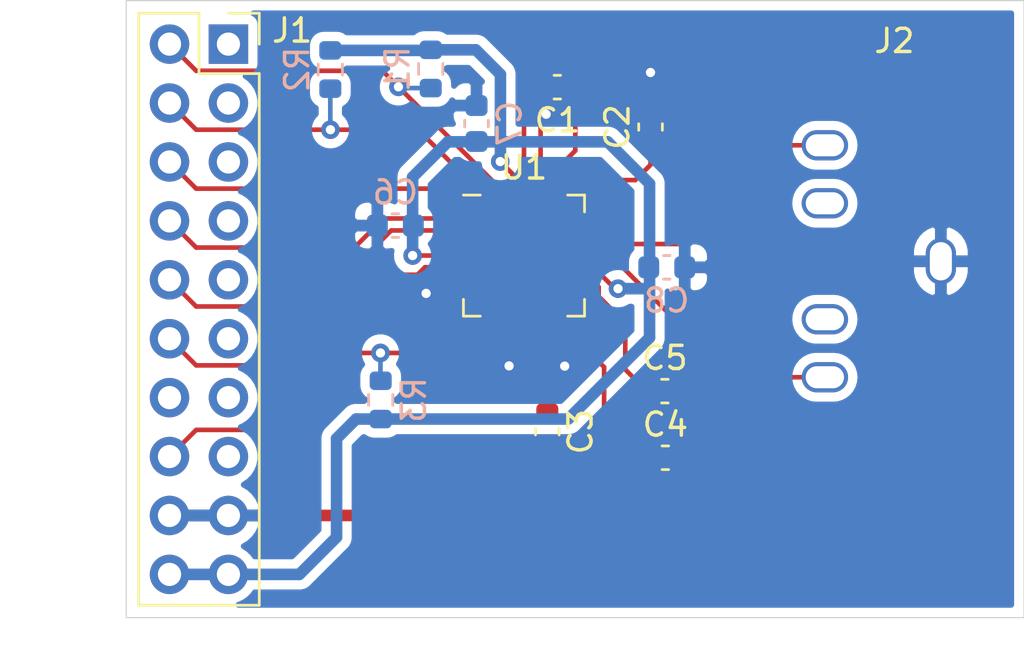
<source format=kicad_pcb>
(kicad_pcb (version 20171130) (host pcbnew 5.1.10-88a1d61d58~88~ubuntu20.04.1)

  (general
    (thickness 1.6)
    (drawings 4)
    (tracks 155)
    (zones 0)
    (modules 14)
    (nets 32)
  )

  (page A4)
  (layers
    (0 F.Cu signal)
    (31 B.Cu signal)
    (32 B.Adhes user)
    (33 F.Adhes user)
    (34 B.Paste user)
    (35 F.Paste user)
    (36 B.SilkS user)
    (37 F.SilkS user)
    (38 B.Mask user)
    (39 F.Mask user)
    (40 Dwgs.User user)
    (41 Cmts.User user)
    (42 Eco1.User user)
    (43 Eco2.User user)
    (44 Edge.Cuts user)
    (45 Margin user)
    (46 B.CrtYd user)
    (47 F.CrtYd user)
    (48 B.Fab user)
    (49 F.Fab user)
  )

  (setup
    (last_trace_width 0.25)
    (user_trace_width 0.2)
    (user_trace_width 0.5)
    (user_trace_width 1)
    (user_trace_width 2.5)
    (trace_clearance 0.2)
    (zone_clearance 0.4)
    (zone_45_only no)
    (trace_min 0.125)
    (via_size 0.8)
    (via_drill 0.4)
    (via_min_size 0.4)
    (via_min_drill 0.3)
    (uvia_size 0.3)
    (uvia_drill 0.1)
    (uvias_allowed no)
    (uvia_min_size 0.2)
    (uvia_min_drill 0.1)
    (edge_width 0.05)
    (segment_width 0.2)
    (pcb_text_width 0.3)
    (pcb_text_size 1.5 1.5)
    (mod_edge_width 0.12)
    (mod_text_size 1 1)
    (mod_text_width 0.15)
    (pad_size 1.524 1.524)
    (pad_drill 0.762)
    (pad_to_mask_clearance 0)
    (aux_axis_origin 0 0)
    (visible_elements FFFFFF7F)
    (pcbplotparams
      (layerselection 0x010fc_ffffffff)
      (usegerberextensions false)
      (usegerberattributes true)
      (usegerberadvancedattributes true)
      (creategerberjobfile true)
      (excludeedgelayer true)
      (linewidth 0.100000)
      (plotframeref false)
      (viasonmask false)
      (mode 1)
      (useauxorigin false)
      (hpglpennumber 1)
      (hpglpenspeed 20)
      (hpglpendiameter 15.000000)
      (psnegative false)
      (psa4output false)
      (plotreference true)
      (plotvalue true)
      (plotinvisibletext false)
      (padsonsilk false)
      (subtractmaskfromsilk false)
      (outputformat 1)
      (mirror false)
      (drillshape 1)
      (scaleselection 1)
      (outputdirectory ""))
  )

  (net 0 "")
  (net 1 "Net-(C1-Pad1)")
  (net 2 "Net-(C1-Pad2)")
  (net 3 GND)
  (net 4 "Net-(C2-Pad1)")
  (net 5 "Net-(C3-Pad1)")
  (net 6 "Net-(C4-Pad1)")
  (net 7 "Net-(C5-Pad1)")
  (net 8 +3V3)
  (net 9 "Net-(J1-Pad1)")
  (net 10 SCL)
  (net 11 "Net-(J1-Pad3)")
  (net 12 SDA)
  (net 13 "Net-(J1-Pad5)")
  (net 14 GPIO)
  (net 15 "Net-(J1-Pad7)")
  (net 16 LRCLK)
  (net 17 "Net-(J1-Pad9)")
  (net 18 BCLK)
  (net 19 "Net-(J1-Pad11)")
  (net 20 SDIN)
  (net 21 "Net-(J1-Pad13)")
  (net 22 "Net-(J1-Pad14)")
  (net 23 "Net-(J1-Pad15)")
  (net 24 MCLK)
  (net 25 "Net-(U1-Pad11)")
  (net 26 "Net-(U1-Pad12)")
  (net 27 HPR)
  (net 28 HPL)
  (net 29 "Net-(U1-Pad21)")
  (net 30 "Net-(J2-Pad3)")
  (net 31 "Net-(J2-Pad4)")

  (net_class Default "This is the default net class."
    (clearance 0.2)
    (trace_width 0.25)
    (via_dia 0.8)
    (via_drill 0.4)
    (uvia_dia 0.3)
    (uvia_drill 0.1)
    (add_net +3V3)
    (add_net BCLK)
    (add_net GND)
    (add_net GPIO)
    (add_net HPL)
    (add_net HPR)
    (add_net LRCLK)
    (add_net MCLK)
    (add_net "Net-(C1-Pad1)")
    (add_net "Net-(C1-Pad2)")
    (add_net "Net-(C2-Pad1)")
    (add_net "Net-(C3-Pad1)")
    (add_net "Net-(C4-Pad1)")
    (add_net "Net-(C5-Pad1)")
    (add_net "Net-(J1-Pad1)")
    (add_net "Net-(J1-Pad11)")
    (add_net "Net-(J1-Pad13)")
    (add_net "Net-(J1-Pad14)")
    (add_net "Net-(J1-Pad15)")
    (add_net "Net-(J1-Pad3)")
    (add_net "Net-(J1-Pad5)")
    (add_net "Net-(J1-Pad7)")
    (add_net "Net-(J1-Pad9)")
    (add_net "Net-(J2-Pad3)")
    (add_net "Net-(J2-Pad4)")
    (add_net "Net-(U1-Pad11)")
    (add_net "Net-(U1-Pad12)")
    (add_net "Net-(U1-Pad21)")
    (add_net SCL)
    (add_net SDA)
    (add_net SDIN)
  )

  (module mydacboard:myaudiojack (layer F.Cu) (tedit 61D2B7DC) (tstamp 61CEE54D)
    (at 123.317 73.23836 180)
    (path /61CE04F5)
    (fp_text reference J2 (at 0 9.5) (layer F.SilkS)
      (effects (font (size 1 1) (thickness 0.15)))
    )
    (fp_text value myaudiojack (at 0 -8) (layer F.Fab)
      (effects (font (size 1 1) (thickness 0.15)))
    )
    (fp_line (start -5.5 -7) (end 5.5 -7) (layer F.CrtYd) (width 0.12))
    (fp_line (start -5.5 7) (end 5.5 7) (layer F.CrtYd) (width 0.12))
    (fp_line (start -5.5 -7) (end -5.5 7) (layer F.CrtYd) (width 0.12))
    (fp_line (start 5.5 -7) (end 5.5 -6.5) (layer F.CrtYd) (width 0.12))
    (fp_line (start 5.5 -6.5) (end 5.5 7) (layer F.CrtYd) (width 0.12))
    (pad 1 thru_hole oval (at -2 0 270) (size 2 1.3) (drill oval 1.65 0.95) (layers *.Cu *.Mask)
      (net 3 GND))
    (pad 5 thru_hole oval (at 3 5 180) (size 2 1.3) (drill oval 1.65 0.95) (layers *.Cu *.Mask)
      (net 28 HPL))
    (pad 4 thru_hole oval (at 3 2.5 180) (size 2 1.3) (drill oval 1.65 0.95) (layers *.Cu *.Mask)
      (net 31 "Net-(J2-Pad4)"))
    (pad 3 thru_hole oval (at 3 -2.5 180) (size 2 1.3) (drill oval 1.65 0.95) (layers *.Cu *.Mask)
      (net 30 "Net-(J2-Pad3)"))
    (pad 2 thru_hole oval (at 3 -5 180) (size 2 1.3) (drill oval 1.65 0.95) (layers *.Cu *.Mask)
      (net 27 HPR))
  )

  (module Capacitor_SMD:C_0603_1608Metric (layer F.Cu) (tedit 5F68FEEE) (tstamp 61CEE0C7)
    (at 108.78312 65.73266 180)
    (descr "Capacitor SMD 0603 (1608 Metric), square (rectangular) end terminal, IPC_7351 nominal, (Body size source: IPC-SM-782 page 76, https://www.pcb-3d.com/wordpress/wp-content/uploads/ipc-sm-782a_amendment_1_and_2.pdf), generated with kicad-footprint-generator")
    (tags capacitor)
    (path /61CF0251)
    (attr smd)
    (fp_text reference C1 (at 0 -1.43) (layer F.SilkS)
      (effects (font (size 1 1) (thickness 0.15)))
    )
    (fp_text value 0.47uF (at 0 1.43) (layer F.Fab)
      (effects (font (size 1 1) (thickness 0.15)))
    )
    (fp_line (start -0.8 0.4) (end -0.8 -0.4) (layer F.Fab) (width 0.1))
    (fp_line (start -0.8 -0.4) (end 0.8 -0.4) (layer F.Fab) (width 0.1))
    (fp_line (start 0.8 -0.4) (end 0.8 0.4) (layer F.Fab) (width 0.1))
    (fp_line (start 0.8 0.4) (end -0.8 0.4) (layer F.Fab) (width 0.1))
    (fp_line (start -0.14058 -0.51) (end 0.14058 -0.51) (layer F.SilkS) (width 0.12))
    (fp_line (start -0.14058 0.51) (end 0.14058 0.51) (layer F.SilkS) (width 0.12))
    (fp_line (start -1.48 0.73) (end -1.48 -0.73) (layer F.CrtYd) (width 0.05))
    (fp_line (start -1.48 -0.73) (end 1.48 -0.73) (layer F.CrtYd) (width 0.05))
    (fp_line (start 1.48 -0.73) (end 1.48 0.73) (layer F.CrtYd) (width 0.05))
    (fp_line (start 1.48 0.73) (end -1.48 0.73) (layer F.CrtYd) (width 0.05))
    (fp_text user %R (at 0 0) (layer F.Fab)
      (effects (font (size 0.4 0.4) (thickness 0.06)))
    )
    (pad 1 smd roundrect (at -0.775 0 180) (size 0.9 0.95) (layers F.Cu F.Paste F.Mask) (roundrect_rratio 0.25)
      (net 1 "Net-(C1-Pad1)"))
    (pad 2 smd roundrect (at 0.775 0 180) (size 0.9 0.95) (layers F.Cu F.Paste F.Mask) (roundrect_rratio 0.25)
      (net 2 "Net-(C1-Pad2)"))
    (model ${KISYS3DMOD}/Capacitor_SMD.3dshapes/C_0603_1608Metric.wrl
      (at (xyz 0 0 0))
      (scale (xyz 1 1 1))
      (rotate (xyz 0 0 0))
    )
  )

  (module Capacitor_SMD:C_0603_1608Metric (layer F.Cu) (tedit 5F68FEEE) (tstamp 61CEE0D8)
    (at 112.8014 67.4497 90)
    (descr "Capacitor SMD 0603 (1608 Metric), square (rectangular) end terminal, IPC_7351 nominal, (Body size source: IPC-SM-782 page 76, https://www.pcb-3d.com/wordpress/wp-content/uploads/ipc-sm-782a_amendment_1_and_2.pdf), generated with kicad-footprint-generator")
    (tags capacitor)
    (path /61D03D7E)
    (attr smd)
    (fp_text reference C2 (at 0 -1.43 90) (layer F.SilkS)
      (effects (font (size 1 1) (thickness 0.15)))
    )
    (fp_text value 2.2uF (at 0 1.43 90) (layer F.Fab)
      (effects (font (size 1 1) (thickness 0.15)))
    )
    (fp_line (start 1.48 0.73) (end -1.48 0.73) (layer F.CrtYd) (width 0.05))
    (fp_line (start 1.48 -0.73) (end 1.48 0.73) (layer F.CrtYd) (width 0.05))
    (fp_line (start -1.48 -0.73) (end 1.48 -0.73) (layer F.CrtYd) (width 0.05))
    (fp_line (start -1.48 0.73) (end -1.48 -0.73) (layer F.CrtYd) (width 0.05))
    (fp_line (start -0.14058 0.51) (end 0.14058 0.51) (layer F.SilkS) (width 0.12))
    (fp_line (start -0.14058 -0.51) (end 0.14058 -0.51) (layer F.SilkS) (width 0.12))
    (fp_line (start 0.8 0.4) (end -0.8 0.4) (layer F.Fab) (width 0.1))
    (fp_line (start 0.8 -0.4) (end 0.8 0.4) (layer F.Fab) (width 0.1))
    (fp_line (start -0.8 -0.4) (end 0.8 -0.4) (layer F.Fab) (width 0.1))
    (fp_line (start -0.8 0.4) (end -0.8 -0.4) (layer F.Fab) (width 0.1))
    (fp_text user %R (at 0 0 90) (layer F.Fab)
      (effects (font (size 0.4 0.4) (thickness 0.06)))
    )
    (pad 2 smd roundrect (at 0.775 0 90) (size 0.9 0.95) (layers F.Cu F.Paste F.Mask) (roundrect_rratio 0.25)
      (net 3 GND))
    (pad 1 smd roundrect (at -0.775 0 90) (size 0.9 0.95) (layers F.Cu F.Paste F.Mask) (roundrect_rratio 0.25)
      (net 4 "Net-(C2-Pad1)"))
    (model ${KISYS3DMOD}/Capacitor_SMD.3dshapes/C_0603_1608Metric.wrl
      (at (xyz 0 0 0))
      (scale (xyz 1 1 1))
      (rotate (xyz 0 0 0))
    )
  )

  (module Capacitor_SMD:C_0603_1608Metric (layer F.Cu) (tedit 5F68FEEE) (tstamp 61CEE0E9)
    (at 108.35132 80.58404 270)
    (descr "Capacitor SMD 0603 (1608 Metric), square (rectangular) end terminal, IPC_7351 nominal, (Body size source: IPC-SM-782 page 76, https://www.pcb-3d.com/wordpress/wp-content/uploads/ipc-sm-782a_amendment_1_and_2.pdf), generated with kicad-footprint-generator")
    (tags capacitor)
    (path /61D140FE)
    (attr smd)
    (fp_text reference C3 (at 0 -1.43 90) (layer F.SilkS)
      (effects (font (size 1 1) (thickness 0.15)))
    )
    (fp_text value 1uF (at 0 1.43 90) (layer F.Fab)
      (effects (font (size 1 1) (thickness 0.15)))
    )
    (fp_line (start -0.8 0.4) (end -0.8 -0.4) (layer F.Fab) (width 0.1))
    (fp_line (start -0.8 -0.4) (end 0.8 -0.4) (layer F.Fab) (width 0.1))
    (fp_line (start 0.8 -0.4) (end 0.8 0.4) (layer F.Fab) (width 0.1))
    (fp_line (start 0.8 0.4) (end -0.8 0.4) (layer F.Fab) (width 0.1))
    (fp_line (start -0.14058 -0.51) (end 0.14058 -0.51) (layer F.SilkS) (width 0.12))
    (fp_line (start -0.14058 0.51) (end 0.14058 0.51) (layer F.SilkS) (width 0.12))
    (fp_line (start -1.48 0.73) (end -1.48 -0.73) (layer F.CrtYd) (width 0.05))
    (fp_line (start -1.48 -0.73) (end 1.48 -0.73) (layer F.CrtYd) (width 0.05))
    (fp_line (start 1.48 -0.73) (end 1.48 0.73) (layer F.CrtYd) (width 0.05))
    (fp_line (start 1.48 0.73) (end -1.48 0.73) (layer F.CrtYd) (width 0.05))
    (fp_text user %R (at 0 0 90) (layer F.Fab)
      (effects (font (size 0.4 0.4) (thickness 0.06)))
    )
    (pad 1 smd roundrect (at -0.775 0 270) (size 0.9 0.95) (layers F.Cu F.Paste F.Mask) (roundrect_rratio 0.25)
      (net 5 "Net-(C3-Pad1)"))
    (pad 2 smd roundrect (at 0.775 0 270) (size 0.9 0.95) (layers F.Cu F.Paste F.Mask) (roundrect_rratio 0.25)
      (net 3 GND))
    (model ${KISYS3DMOD}/Capacitor_SMD.3dshapes/C_0603_1608Metric.wrl
      (at (xyz 0 0 0))
      (scale (xyz 1 1 1))
      (rotate (xyz 0 0 0))
    )
  )

  (module Capacitor_SMD:C_0603_1608Metric (layer F.Cu) (tedit 5F68FEEE) (tstamp 61CEE0FA)
    (at 113.43894 81.70926)
    (descr "Capacitor SMD 0603 (1608 Metric), square (rectangular) end terminal, IPC_7351 nominal, (Body size source: IPC-SM-782 page 76, https://www.pcb-3d.com/wordpress/wp-content/uploads/ipc-sm-782a_amendment_1_and_2.pdf), generated with kicad-footprint-generator")
    (tags capacitor)
    (path /61D06485)
    (attr smd)
    (fp_text reference C4 (at 0 -1.43) (layer F.SilkS)
      (effects (font (size 1 1) (thickness 0.15)))
    )
    (fp_text value 1uF (at 0 1.43) (layer F.Fab)
      (effects (font (size 1 1) (thickness 0.15)))
    )
    (fp_line (start -0.8 0.4) (end -0.8 -0.4) (layer F.Fab) (width 0.1))
    (fp_line (start -0.8 -0.4) (end 0.8 -0.4) (layer F.Fab) (width 0.1))
    (fp_line (start 0.8 -0.4) (end 0.8 0.4) (layer F.Fab) (width 0.1))
    (fp_line (start 0.8 0.4) (end -0.8 0.4) (layer F.Fab) (width 0.1))
    (fp_line (start -0.14058 -0.51) (end 0.14058 -0.51) (layer F.SilkS) (width 0.12))
    (fp_line (start -0.14058 0.51) (end 0.14058 0.51) (layer F.SilkS) (width 0.12))
    (fp_line (start -1.48 0.73) (end -1.48 -0.73) (layer F.CrtYd) (width 0.05))
    (fp_line (start -1.48 -0.73) (end 1.48 -0.73) (layer F.CrtYd) (width 0.05))
    (fp_line (start 1.48 -0.73) (end 1.48 0.73) (layer F.CrtYd) (width 0.05))
    (fp_line (start 1.48 0.73) (end -1.48 0.73) (layer F.CrtYd) (width 0.05))
    (fp_text user %R (at 0 0) (layer F.Fab)
      (effects (font (size 0.4 0.4) (thickness 0.06)))
    )
    (pad 1 smd roundrect (at -0.775 0) (size 0.9 0.95) (layers F.Cu F.Paste F.Mask) (roundrect_rratio 0.25)
      (net 6 "Net-(C4-Pad1)"))
    (pad 2 smd roundrect (at 0.775 0) (size 0.9 0.95) (layers F.Cu F.Paste F.Mask) (roundrect_rratio 0.25)
      (net 3 GND))
    (model ${KISYS3DMOD}/Capacitor_SMD.3dshapes/C_0603_1608Metric.wrl
      (at (xyz 0 0 0))
      (scale (xyz 1 1 1))
      (rotate (xyz 0 0 0))
    )
  )

  (module Capacitor_SMD:C_0603_1608Metric (layer F.Cu) (tedit 5F68FEEE) (tstamp 61CEE10B)
    (at 113.41862 78.83652)
    (descr "Capacitor SMD 0603 (1608 Metric), square (rectangular) end terminal, IPC_7351 nominal, (Body size source: IPC-SM-782 page 76, https://www.pcb-3d.com/wordpress/wp-content/uploads/ipc-sm-782a_amendment_1_and_2.pdf), generated with kicad-footprint-generator")
    (tags capacitor)
    (path /61D06D05)
    (attr smd)
    (fp_text reference C5 (at 0 -1.43) (layer F.SilkS)
      (effects (font (size 1 1) (thickness 0.15)))
    )
    (fp_text value 1uF (at 0 1.43) (layer F.Fab)
      (effects (font (size 1 1) (thickness 0.15)))
    )
    (fp_line (start 1.48 0.73) (end -1.48 0.73) (layer F.CrtYd) (width 0.05))
    (fp_line (start 1.48 -0.73) (end 1.48 0.73) (layer F.CrtYd) (width 0.05))
    (fp_line (start -1.48 -0.73) (end 1.48 -0.73) (layer F.CrtYd) (width 0.05))
    (fp_line (start -1.48 0.73) (end -1.48 -0.73) (layer F.CrtYd) (width 0.05))
    (fp_line (start -0.14058 0.51) (end 0.14058 0.51) (layer F.SilkS) (width 0.12))
    (fp_line (start -0.14058 -0.51) (end 0.14058 -0.51) (layer F.SilkS) (width 0.12))
    (fp_line (start 0.8 0.4) (end -0.8 0.4) (layer F.Fab) (width 0.1))
    (fp_line (start 0.8 -0.4) (end 0.8 0.4) (layer F.Fab) (width 0.1))
    (fp_line (start -0.8 -0.4) (end 0.8 -0.4) (layer F.Fab) (width 0.1))
    (fp_line (start -0.8 0.4) (end -0.8 -0.4) (layer F.Fab) (width 0.1))
    (fp_text user %R (at 0 0) (layer F.Fab)
      (effects (font (size 0.4 0.4) (thickness 0.06)))
    )
    (pad 2 smd roundrect (at 0.775 0) (size 0.9 0.95) (layers F.Cu F.Paste F.Mask) (roundrect_rratio 0.25)
      (net 3 GND))
    (pad 1 smd roundrect (at -0.775 0) (size 0.9 0.95) (layers F.Cu F.Paste F.Mask) (roundrect_rratio 0.25)
      (net 7 "Net-(C5-Pad1)"))
    (model ${KISYS3DMOD}/Capacitor_SMD.3dshapes/C_0603_1608Metric.wrl
      (at (xyz 0 0 0))
      (scale (xyz 1 1 1))
      (rotate (xyz 0 0 0))
    )
  )

  (module Capacitor_SMD:C_0603_1608Metric (layer B.Cu) (tedit 5F68FEEE) (tstamp 61CEE11C)
    (at 101.8 71.7 180)
    (descr "Capacitor SMD 0603 (1608 Metric), square (rectangular) end terminal, IPC_7351 nominal, (Body size source: IPC-SM-782 page 76, https://www.pcb-3d.com/wordpress/wp-content/uploads/ipc-sm-782a_amendment_1_and_2.pdf), generated with kicad-footprint-generator")
    (tags capacitor)
    (path /61D35FDF)
    (attr smd)
    (fp_text reference C6 (at 0 1.43) (layer B.SilkS)
      (effects (font (size 1 1) (thickness 0.15)) (justify mirror))
    )
    (fp_text value 1uF (at 0 -1.43) (layer B.Fab)
      (effects (font (size 1 1) (thickness 0.15)) (justify mirror))
    )
    (fp_line (start 1.48 -0.73) (end -1.48 -0.73) (layer B.CrtYd) (width 0.05))
    (fp_line (start 1.48 0.73) (end 1.48 -0.73) (layer B.CrtYd) (width 0.05))
    (fp_line (start -1.48 0.73) (end 1.48 0.73) (layer B.CrtYd) (width 0.05))
    (fp_line (start -1.48 -0.73) (end -1.48 0.73) (layer B.CrtYd) (width 0.05))
    (fp_line (start -0.14058 -0.51) (end 0.14058 -0.51) (layer B.SilkS) (width 0.12))
    (fp_line (start -0.14058 0.51) (end 0.14058 0.51) (layer B.SilkS) (width 0.12))
    (fp_line (start 0.8 -0.4) (end -0.8 -0.4) (layer B.Fab) (width 0.1))
    (fp_line (start 0.8 0.4) (end 0.8 -0.4) (layer B.Fab) (width 0.1))
    (fp_line (start -0.8 0.4) (end 0.8 0.4) (layer B.Fab) (width 0.1))
    (fp_line (start -0.8 -0.4) (end -0.8 0.4) (layer B.Fab) (width 0.1))
    (fp_text user %R (at 0 0) (layer B.Fab)
      (effects (font (size 0.4 0.4) (thickness 0.06)) (justify mirror))
    )
    (pad 2 smd roundrect (at 0.775 0 180) (size 0.9 0.95) (layers B.Cu B.Paste B.Mask) (roundrect_rratio 0.25)
      (net 3 GND))
    (pad 1 smd roundrect (at -0.775 0 180) (size 0.9 0.95) (layers B.Cu B.Paste B.Mask) (roundrect_rratio 0.25)
      (net 8 +3V3))
    (model ${KISYS3DMOD}/Capacitor_SMD.3dshapes/C_0603_1608Metric.wrl
      (at (xyz 0 0 0))
      (scale (xyz 1 1 1))
      (rotate (xyz 0 0 0))
    )
  )

  (module Capacitor_SMD:C_0603_1608Metric (layer B.Cu) (tedit 5F68FEEE) (tstamp 61CEE12D)
    (at 105.3 67.3 90)
    (descr "Capacitor SMD 0603 (1608 Metric), square (rectangular) end terminal, IPC_7351 nominal, (Body size source: IPC-SM-782 page 76, https://www.pcb-3d.com/wordpress/wp-content/uploads/ipc-sm-782a_amendment_1_and_2.pdf), generated with kicad-footprint-generator")
    (tags capacitor)
    (path /61D36507)
    (attr smd)
    (fp_text reference C7 (at 0 1.43 90) (layer B.SilkS)
      (effects (font (size 1 1) (thickness 0.15)) (justify mirror))
    )
    (fp_text value 1uF (at 0 -1.43 90) (layer B.Fab)
      (effects (font (size 1 1) (thickness 0.15)) (justify mirror))
    )
    (fp_line (start -0.8 -0.4) (end -0.8 0.4) (layer B.Fab) (width 0.1))
    (fp_line (start -0.8 0.4) (end 0.8 0.4) (layer B.Fab) (width 0.1))
    (fp_line (start 0.8 0.4) (end 0.8 -0.4) (layer B.Fab) (width 0.1))
    (fp_line (start 0.8 -0.4) (end -0.8 -0.4) (layer B.Fab) (width 0.1))
    (fp_line (start -0.14058 0.51) (end 0.14058 0.51) (layer B.SilkS) (width 0.12))
    (fp_line (start -0.14058 -0.51) (end 0.14058 -0.51) (layer B.SilkS) (width 0.12))
    (fp_line (start -1.48 -0.73) (end -1.48 0.73) (layer B.CrtYd) (width 0.05))
    (fp_line (start -1.48 0.73) (end 1.48 0.73) (layer B.CrtYd) (width 0.05))
    (fp_line (start 1.48 0.73) (end 1.48 -0.73) (layer B.CrtYd) (width 0.05))
    (fp_line (start 1.48 -0.73) (end -1.48 -0.73) (layer B.CrtYd) (width 0.05))
    (fp_text user %R (at 0 0 90) (layer B.Fab)
      (effects (font (size 0.4 0.4) (thickness 0.06)) (justify mirror))
    )
    (pad 1 smd roundrect (at -0.775 0 90) (size 0.9 0.95) (layers B.Cu B.Paste B.Mask) (roundrect_rratio 0.25)
      (net 8 +3V3))
    (pad 2 smd roundrect (at 0.775 0 90) (size 0.9 0.95) (layers B.Cu B.Paste B.Mask) (roundrect_rratio 0.25)
      (net 3 GND))
    (model ${KISYS3DMOD}/Capacitor_SMD.3dshapes/C_0603_1608Metric.wrl
      (at (xyz 0 0 0))
      (scale (xyz 1 1 1))
      (rotate (xyz 0 0 0))
    )
  )

  (module Capacitor_SMD:C_0603_1608Metric (layer B.Cu) (tedit 5F68FEEE) (tstamp 61CEE13E)
    (at 113.5 73.5)
    (descr "Capacitor SMD 0603 (1608 Metric), square (rectangular) end terminal, IPC_7351 nominal, (Body size source: IPC-SM-782 page 76, https://www.pcb-3d.com/wordpress/wp-content/uploads/ipc-sm-782a_amendment_1_and_2.pdf), generated with kicad-footprint-generator")
    (tags capacitor)
    (path /61D369F3)
    (attr smd)
    (fp_text reference C8 (at 0 1.43) (layer B.SilkS)
      (effects (font (size 1 1) (thickness 0.15)) (justify mirror))
    )
    (fp_text value 1uF (at 0 -1.43) (layer B.Fab)
      (effects (font (size 1 1) (thickness 0.15)) (justify mirror))
    )
    (fp_line (start 1.48 -0.73) (end -1.48 -0.73) (layer B.CrtYd) (width 0.05))
    (fp_line (start 1.48 0.73) (end 1.48 -0.73) (layer B.CrtYd) (width 0.05))
    (fp_line (start -1.48 0.73) (end 1.48 0.73) (layer B.CrtYd) (width 0.05))
    (fp_line (start -1.48 -0.73) (end -1.48 0.73) (layer B.CrtYd) (width 0.05))
    (fp_line (start -0.14058 -0.51) (end 0.14058 -0.51) (layer B.SilkS) (width 0.12))
    (fp_line (start -0.14058 0.51) (end 0.14058 0.51) (layer B.SilkS) (width 0.12))
    (fp_line (start 0.8 -0.4) (end -0.8 -0.4) (layer B.Fab) (width 0.1))
    (fp_line (start 0.8 0.4) (end 0.8 -0.4) (layer B.Fab) (width 0.1))
    (fp_line (start -0.8 0.4) (end 0.8 0.4) (layer B.Fab) (width 0.1))
    (fp_line (start -0.8 -0.4) (end -0.8 0.4) (layer B.Fab) (width 0.1))
    (fp_text user %R (at 0 0) (layer B.Fab)
      (effects (font (size 0.4 0.4) (thickness 0.06)) (justify mirror))
    )
    (pad 2 smd roundrect (at 0.775 0) (size 0.9 0.95) (layers B.Cu B.Paste B.Mask) (roundrect_rratio 0.25)
      (net 3 GND))
    (pad 1 smd roundrect (at -0.775 0) (size 0.9 0.95) (layers B.Cu B.Paste B.Mask) (roundrect_rratio 0.25)
      (net 8 +3V3))
    (model ${KISYS3DMOD}/Capacitor_SMD.3dshapes/C_0603_1608Metric.wrl
      (at (xyz 0 0 0))
      (scale (xyz 1 1 1))
      (rotate (xyz 0 0 0))
    )
  )

  (module Connector_PinSocket_2.54mm:PinSocket_2x10_P2.54mm_Vertical (layer F.Cu) (tedit 5A19A427) (tstamp 61CEE168)
    (at 94.603581 63.877201)
    (descr "Through hole straight socket strip, 2x10, 2.54mm pitch, double cols (from Kicad 4.0.7), script generated")
    (tags "Through hole socket strip THT 2x10 2.54mm double row")
    (path /61CE5157)
    (fp_text reference J1 (at 2.746419 -0.587201) (layer F.SilkS)
      (effects (font (size 1 1) (thickness 0.15)))
    )
    (fp_text value Conn_02x10_Odd_Even (at -1.27 25.63) (layer F.Fab)
      (effects (font (size 1 1) (thickness 0.15)))
    )
    (fp_line (start -3.81 -1.27) (end 0.27 -1.27) (layer F.Fab) (width 0.1))
    (fp_line (start 0.27 -1.27) (end 1.27 -0.27) (layer F.Fab) (width 0.1))
    (fp_line (start 1.27 -0.27) (end 1.27 24.13) (layer F.Fab) (width 0.1))
    (fp_line (start 1.27 24.13) (end -3.81 24.13) (layer F.Fab) (width 0.1))
    (fp_line (start -3.81 24.13) (end -3.81 -1.27) (layer F.Fab) (width 0.1))
    (fp_line (start -3.87 -1.33) (end -1.27 -1.33) (layer F.SilkS) (width 0.12))
    (fp_line (start -3.87 -1.33) (end -3.87 24.19) (layer F.SilkS) (width 0.12))
    (fp_line (start -3.87 24.19) (end 1.33 24.19) (layer F.SilkS) (width 0.12))
    (fp_line (start 1.33 1.27) (end 1.33 24.19) (layer F.SilkS) (width 0.12))
    (fp_line (start -1.27 1.27) (end 1.33 1.27) (layer F.SilkS) (width 0.12))
    (fp_line (start -1.27 -1.33) (end -1.27 1.27) (layer F.SilkS) (width 0.12))
    (fp_line (start 1.33 -1.33) (end 1.33 0) (layer F.SilkS) (width 0.12))
    (fp_line (start 0 -1.33) (end 1.33 -1.33) (layer F.SilkS) (width 0.12))
    (fp_line (start -4.34 -1.8) (end 1.76 -1.8) (layer F.CrtYd) (width 0.05))
    (fp_line (start 1.76 -1.8) (end 1.76 24.6) (layer F.CrtYd) (width 0.05))
    (fp_line (start 1.76 24.6) (end -4.34 24.6) (layer F.CrtYd) (width 0.05))
    (fp_line (start -4.34 24.6) (end -4.34 -1.8) (layer F.CrtYd) (width 0.05))
    (fp_text user %R (at -1.27 11.43 90) (layer F.Fab)
      (effects (font (size 1 1) (thickness 0.15)))
    )
    (pad 1 thru_hole rect (at 0 0) (size 1.7 1.7) (drill 1) (layers *.Cu *.Mask)
      (net 9 "Net-(J1-Pad1)"))
    (pad 2 thru_hole oval (at -2.54 0) (size 1.7 1.7) (drill 1) (layers *.Cu *.Mask)
      (net 10 SCL))
    (pad 3 thru_hole oval (at 0 2.54) (size 1.7 1.7) (drill 1) (layers *.Cu *.Mask)
      (net 11 "Net-(J1-Pad3)"))
    (pad 4 thru_hole oval (at -2.54 2.54) (size 1.7 1.7) (drill 1) (layers *.Cu *.Mask)
      (net 12 SDA))
    (pad 5 thru_hole oval (at 0 5.08) (size 1.7 1.7) (drill 1) (layers *.Cu *.Mask)
      (net 13 "Net-(J1-Pad5)"))
    (pad 6 thru_hole oval (at -2.54 5.08) (size 1.7 1.7) (drill 1) (layers *.Cu *.Mask)
      (net 16 LRCLK))
    (pad 7 thru_hole oval (at 0 7.62) (size 1.7 1.7) (drill 1) (layers *.Cu *.Mask)
      (net 15 "Net-(J1-Pad7)"))
    (pad 8 thru_hole oval (at -2.54 7.62) (size 1.7 1.7) (drill 1) (layers *.Cu *.Mask)
      (net 18 BCLK))
    (pad 9 thru_hole oval (at 0 10.16) (size 1.7 1.7) (drill 1) (layers *.Cu *.Mask)
      (net 17 "Net-(J1-Pad9)"))
    (pad 10 thru_hole oval (at -2.54 10.16) (size 1.7 1.7) (drill 1) (layers *.Cu *.Mask)
      (net 20 SDIN))
    (pad 11 thru_hole oval (at 0 12.7) (size 1.7 1.7) (drill 1) (layers *.Cu *.Mask)
      (net 19 "Net-(J1-Pad11)"))
    (pad 12 thru_hole oval (at -2.54 12.7) (size 1.7 1.7) (drill 1) (layers *.Cu *.Mask)
      (net 24 MCLK))
    (pad 13 thru_hole oval (at 0 15.24) (size 1.7 1.7) (drill 1) (layers *.Cu *.Mask)
      (net 21 "Net-(J1-Pad13)"))
    (pad 14 thru_hole oval (at -2.54 15.24) (size 1.7 1.7) (drill 1) (layers *.Cu *.Mask)
      (net 22 "Net-(J1-Pad14)"))
    (pad 15 thru_hole oval (at 0 17.78) (size 1.7 1.7) (drill 1) (layers *.Cu *.Mask)
      (net 23 "Net-(J1-Pad15)"))
    (pad 16 thru_hole oval (at -2.54 17.78) (size 1.7 1.7) (drill 1) (layers *.Cu *.Mask)
      (net 14 GPIO))
    (pad 17 thru_hole oval (at 0 20.32) (size 1.7 1.7) (drill 1) (layers *.Cu *.Mask)
      (net 3 GND))
    (pad 18 thru_hole oval (at -2.54 20.32) (size 1.7 1.7) (drill 1) (layers *.Cu *.Mask)
      (net 3 GND))
    (pad 19 thru_hole oval (at 0 22.86) (size 1.7 1.7) (drill 1) (layers *.Cu *.Mask)
      (net 8 +3V3))
    (pad 20 thru_hole oval (at -2.54 22.86) (size 1.7 1.7) (drill 1) (layers *.Cu *.Mask)
      (net 8 +3V3))
    (model ${KISYS3DMOD}/Connector_PinSocket_2.54mm.3dshapes/PinSocket_2x10_P2.54mm_Vertical.wrl
      (at (xyz 0 0 0))
      (scale (xyz 1 1 1))
      (rotate (xyz 0 0 0))
    )
  )

  (module Resistor_SMD:R_0603_1608Metric (layer B.Cu) (tedit 5F68FEEE) (tstamp 61CEE179)
    (at 103.32466 64.9478 270)
    (descr "Resistor SMD 0603 (1608 Metric), square (rectangular) end terminal, IPC_7351 nominal, (Body size source: IPC-SM-782 page 72, https://www.pcb-3d.com/wordpress/wp-content/uploads/ipc-sm-782a_amendment_1_and_2.pdf), generated with kicad-footprint-generator")
    (tags resistor)
    (path /61D29D1F)
    (attr smd)
    (fp_text reference R1 (at 0 1.43 270) (layer B.SilkS)
      (effects (font (size 1 1) (thickness 0.15)) (justify mirror))
    )
    (fp_text value 10k (at 0 -1.43 270) (layer B.Fab)
      (effects (font (size 1 1) (thickness 0.15)) (justify mirror))
    )
    (fp_line (start -0.8 -0.4125) (end -0.8 0.4125) (layer B.Fab) (width 0.1))
    (fp_line (start -0.8 0.4125) (end 0.8 0.4125) (layer B.Fab) (width 0.1))
    (fp_line (start 0.8 0.4125) (end 0.8 -0.4125) (layer B.Fab) (width 0.1))
    (fp_line (start 0.8 -0.4125) (end -0.8 -0.4125) (layer B.Fab) (width 0.1))
    (fp_line (start -0.237258 0.5225) (end 0.237258 0.5225) (layer B.SilkS) (width 0.12))
    (fp_line (start -0.237258 -0.5225) (end 0.237258 -0.5225) (layer B.SilkS) (width 0.12))
    (fp_line (start -1.48 -0.73) (end -1.48 0.73) (layer B.CrtYd) (width 0.05))
    (fp_line (start -1.48 0.73) (end 1.48 0.73) (layer B.CrtYd) (width 0.05))
    (fp_line (start 1.48 0.73) (end 1.48 -0.73) (layer B.CrtYd) (width 0.05))
    (fp_line (start 1.48 -0.73) (end -1.48 -0.73) (layer B.CrtYd) (width 0.05))
    (fp_text user %R (at 0 0 270) (layer B.Fab)
      (effects (font (size 0.4 0.4) (thickness 0.06)) (justify mirror))
    )
    (pad 1 smd roundrect (at -0.825 0 270) (size 0.8 0.95) (layers B.Cu B.Paste B.Mask) (roundrect_rratio 0.25)
      (net 8 +3V3))
    (pad 2 smd roundrect (at 0.825 0 270) (size 0.8 0.95) (layers B.Cu B.Paste B.Mask) (roundrect_rratio 0.25)
      (net 10 SCL))
    (model ${KISYS3DMOD}/Resistor_SMD.3dshapes/R_0603_1608Metric.wrl
      (at (xyz 0 0 0))
      (scale (xyz 1 1 1))
      (rotate (xyz 0 0 0))
    )
  )

  (module Resistor_SMD:R_0603_1608Metric (layer B.Cu) (tedit 5F68FEEE) (tstamp 61CEE18A)
    (at 98.9965 64.9732 270)
    (descr "Resistor SMD 0603 (1608 Metric), square (rectangular) end terminal, IPC_7351 nominal, (Body size source: IPC-SM-782 page 72, https://www.pcb-3d.com/wordpress/wp-content/uploads/ipc-sm-782a_amendment_1_and_2.pdf), generated with kicad-footprint-generator")
    (tags resistor)
    (path /61D2A71D)
    (attr smd)
    (fp_text reference R2 (at 0 1.43 270) (layer B.SilkS)
      (effects (font (size 1 1) (thickness 0.15)) (justify mirror))
    )
    (fp_text value 10k (at 0 -1.43 270) (layer B.Fab)
      (effects (font (size 1 1) (thickness 0.15)) (justify mirror))
    )
    (fp_line (start 1.48 -0.73) (end -1.48 -0.73) (layer B.CrtYd) (width 0.05))
    (fp_line (start 1.48 0.73) (end 1.48 -0.73) (layer B.CrtYd) (width 0.05))
    (fp_line (start -1.48 0.73) (end 1.48 0.73) (layer B.CrtYd) (width 0.05))
    (fp_line (start -1.48 -0.73) (end -1.48 0.73) (layer B.CrtYd) (width 0.05))
    (fp_line (start -0.237258 -0.5225) (end 0.237258 -0.5225) (layer B.SilkS) (width 0.12))
    (fp_line (start -0.237258 0.5225) (end 0.237258 0.5225) (layer B.SilkS) (width 0.12))
    (fp_line (start 0.8 -0.4125) (end -0.8 -0.4125) (layer B.Fab) (width 0.1))
    (fp_line (start 0.8 0.4125) (end 0.8 -0.4125) (layer B.Fab) (width 0.1))
    (fp_line (start -0.8 0.4125) (end 0.8 0.4125) (layer B.Fab) (width 0.1))
    (fp_line (start -0.8 -0.4125) (end -0.8 0.4125) (layer B.Fab) (width 0.1))
    (fp_text user %R (at 0 0 270) (layer B.Fab)
      (effects (font (size 0.4 0.4) (thickness 0.06)) (justify mirror))
    )
    (pad 2 smd roundrect (at 0.825 0 270) (size 0.8 0.95) (layers B.Cu B.Paste B.Mask) (roundrect_rratio 0.25)
      (net 12 SDA))
    (pad 1 smd roundrect (at -0.825 0 270) (size 0.8 0.95) (layers B.Cu B.Paste B.Mask) (roundrect_rratio 0.25)
      (net 8 +3V3))
    (model ${KISYS3DMOD}/Resistor_SMD.3dshapes/R_0603_1608Metric.wrl
      (at (xyz 0 0 0))
      (scale (xyz 1 1 1))
      (rotate (xyz 0 0 0))
    )
  )

  (module Resistor_SMD:R_0603_1608Metric (layer B.Cu) (tedit 5F68FEEE) (tstamp 61CEE88F)
    (at 101.1682 79.21498 90)
    (descr "Resistor SMD 0603 (1608 Metric), square (rectangular) end terminal, IPC_7351 nominal, (Body size source: IPC-SM-782 page 72, https://www.pcb-3d.com/wordpress/wp-content/uploads/ipc-sm-782a_amendment_1_and_2.pdf), generated with kicad-footprint-generator")
    (tags resistor)
    (path /61D2ABD6)
    (attr smd)
    (fp_text reference R3 (at 0 1.43 270) (layer B.SilkS)
      (effects (font (size 1 1) (thickness 0.15)) (justify mirror))
    )
    (fp_text value 10k (at 0 -1.43 270) (layer B.Fab)
      (effects (font (size 1 1) (thickness 0.15)) (justify mirror))
    )
    (fp_line (start -0.8 -0.4125) (end -0.8 0.4125) (layer B.Fab) (width 0.1))
    (fp_line (start -0.8 0.4125) (end 0.8 0.4125) (layer B.Fab) (width 0.1))
    (fp_line (start 0.8 0.4125) (end 0.8 -0.4125) (layer B.Fab) (width 0.1))
    (fp_line (start 0.8 -0.4125) (end -0.8 -0.4125) (layer B.Fab) (width 0.1))
    (fp_line (start -0.237258 0.5225) (end 0.237258 0.5225) (layer B.SilkS) (width 0.12))
    (fp_line (start -0.237258 -0.5225) (end 0.237258 -0.5225) (layer B.SilkS) (width 0.12))
    (fp_line (start -1.48 -0.73) (end -1.48 0.73) (layer B.CrtYd) (width 0.05))
    (fp_line (start -1.48 0.73) (end 1.48 0.73) (layer B.CrtYd) (width 0.05))
    (fp_line (start 1.48 0.73) (end 1.48 -0.73) (layer B.CrtYd) (width 0.05))
    (fp_line (start 1.48 -0.73) (end -1.48 -0.73) (layer B.CrtYd) (width 0.05))
    (fp_text user %R (at 0 0 270) (layer B.Fab)
      (effects (font (size 0.4 0.4) (thickness 0.06)) (justify mirror))
    )
    (pad 1 smd roundrect (at -0.825 0 90) (size 0.8 0.95) (layers B.Cu B.Paste B.Mask) (roundrect_rratio 0.25)
      (net 8 +3V3))
    (pad 2 smd roundrect (at 0.825 0 90) (size 0.8 0.95) (layers B.Cu B.Paste B.Mask) (roundrect_rratio 0.25)
      (net 14 GPIO))
    (model ${KISYS3DMOD}/Resistor_SMD.3dshapes/R_0603_1608Metric.wrl
      (at (xyz 0 0 0))
      (scale (xyz 1 1 1))
      (rotate (xyz 0 0 0))
    )
  )

  (module Package_DFN_QFN:TQFN-28-1EP_5x5mm_P0.5mm_EP3.25x3.25mm (layer F.Cu) (tedit 5E3A7C69) (tstamp 61CEE1D1)
    (at 107.34548 72.99452)
    (descr "TQFN, 28 Pin (https://pdfserv.maximintegrated.com/package_dwgs/21-0140.PDF (T2855-3)), generated with kicad-footprint-generator ipc_noLead_generator.py")
    (tags "TQFN NoLead")
    (path /61CE1731)
    (attr smd)
    (fp_text reference U1 (at 0 -3.8) (layer F.SilkS)
      (effects (font (size 1 1) (thickness 0.15)))
    )
    (fp_text value MAX9850 (at 0 3.8) (layer F.Fab)
      (effects (font (size 1 1) (thickness 0.15)))
    )
    (fp_line (start 1.885 -2.61) (end 2.61 -2.61) (layer F.SilkS) (width 0.12))
    (fp_line (start 2.61 -2.61) (end 2.61 -1.885) (layer F.SilkS) (width 0.12))
    (fp_line (start -1.885 2.61) (end -2.61 2.61) (layer F.SilkS) (width 0.12))
    (fp_line (start -2.61 2.61) (end -2.61 1.885) (layer F.SilkS) (width 0.12))
    (fp_line (start 1.885 2.61) (end 2.61 2.61) (layer F.SilkS) (width 0.12))
    (fp_line (start 2.61 2.61) (end 2.61 1.885) (layer F.SilkS) (width 0.12))
    (fp_line (start -1.885 -2.61) (end -2.61 -2.61) (layer F.SilkS) (width 0.12))
    (fp_line (start -1.5 -2.5) (end 2.5 -2.5) (layer F.Fab) (width 0.1))
    (fp_line (start 2.5 -2.5) (end 2.5 2.5) (layer F.Fab) (width 0.1))
    (fp_line (start 2.5 2.5) (end -2.5 2.5) (layer F.Fab) (width 0.1))
    (fp_line (start -2.5 2.5) (end -2.5 -1.5) (layer F.Fab) (width 0.1))
    (fp_line (start -2.5 -1.5) (end -1.5 -2.5) (layer F.Fab) (width 0.1))
    (fp_line (start -3.1 -3.1) (end -3.1 3.1) (layer F.CrtYd) (width 0.05))
    (fp_line (start -3.1 3.1) (end 3.1 3.1) (layer F.CrtYd) (width 0.05))
    (fp_line (start 3.1 3.1) (end 3.1 -3.1) (layer F.CrtYd) (width 0.05))
    (fp_line (start 3.1 -3.1) (end -3.1 -3.1) (layer F.CrtYd) (width 0.05))
    (fp_text user %R (at 0 0) (layer F.Fab)
      (effects (font (size 1 1) (thickness 0.15)))
    )
    (pad 1 smd roundrect (at -2.3625 -1.5) (size 0.975 0.25) (layers F.Cu F.Paste F.Mask) (roundrect_rratio 0.25)
      (net 16 LRCLK))
    (pad 2 smd roundrect (at -2.3625 -1) (size 0.975 0.25) (layers F.Cu F.Paste F.Mask) (roundrect_rratio 0.25)
      (net 18 BCLK))
    (pad 3 smd roundrect (at -2.3625 -0.5) (size 0.975 0.25) (layers F.Cu F.Paste F.Mask) (roundrect_rratio 0.25)
      (net 20 SDIN))
    (pad 4 smd roundrect (at -2.3625 0) (size 0.975 0.25) (layers F.Cu F.Paste F.Mask) (roundrect_rratio 0.25)
      (net 8 +3V3))
    (pad 5 smd roundrect (at -2.3625 0.5) (size 0.975 0.25) (layers F.Cu F.Paste F.Mask) (roundrect_rratio 0.25)
      (net 24 MCLK))
    (pad 6 smd roundrect (at -2.3625 1) (size 0.975 0.25) (layers F.Cu F.Paste F.Mask) (roundrect_rratio 0.25)
      (net 3 GND))
    (pad 7 smd roundrect (at -2.3625 1.5) (size 0.975 0.25) (layers F.Cu F.Paste F.Mask) (roundrect_rratio 0.25)
      (net 3 GND))
    (pad 8 smd roundrect (at -1.5 2.3625) (size 0.25 0.975) (layers F.Cu F.Paste F.Mask) (roundrect_rratio 0.25)
      (net 14 GPIO))
    (pad 9 smd roundrect (at -1 2.3625) (size 0.25 0.975) (layers F.Cu F.Paste F.Mask) (roundrect_rratio 0.25)
      (net 3 GND))
    (pad 10 smd roundrect (at -0.5 2.3625) (size 0.25 0.975) (layers F.Cu F.Paste F.Mask) (roundrect_rratio 0.25)
      (net 3 GND))
    (pad 11 smd roundrect (at 0 2.3625) (size 0.25 0.975) (layers F.Cu F.Paste F.Mask) (roundrect_rratio 0.25)
      (net 25 "Net-(U1-Pad11)"))
    (pad 12 smd roundrect (at 0.5 2.3625) (size 0.25 0.975) (layers F.Cu F.Paste F.Mask) (roundrect_rratio 0.25)
      (net 26 "Net-(U1-Pad12)"))
    (pad 13 smd roundrect (at 1 2.3625) (size 0.25 0.975) (layers F.Cu F.Paste F.Mask) (roundrect_rratio 0.25)
      (net 5 "Net-(C3-Pad1)"))
    (pad 14 smd roundrect (at 1.5 2.3625) (size 0.25 0.975) (layers F.Cu F.Paste F.Mask) (roundrect_rratio 0.25)
      (net 3 GND))
    (pad 15 smd roundrect (at 2.3625 1.5) (size 0.975 0.25) (layers F.Cu F.Paste F.Mask) (roundrect_rratio 0.25)
      (net 6 "Net-(C4-Pad1)"))
    (pad 16 smd roundrect (at 2.3625 1) (size 0.975 0.25) (layers F.Cu F.Paste F.Mask) (roundrect_rratio 0.25)
      (net 7 "Net-(C5-Pad1)"))
    (pad 17 smd roundrect (at 2.3625 0.5) (size 0.975 0.25) (layers F.Cu F.Paste F.Mask) (roundrect_rratio 0.25)
      (net 8 +3V3))
    (pad 18 smd roundrect (at 2.3625 0) (size 0.975 0.25) (layers F.Cu F.Paste F.Mask) (roundrect_rratio 0.25)
      (net 27 HPR))
    (pad 19 smd roundrect (at 2.3625 -0.5) (size 0.975 0.25) (layers F.Cu F.Paste F.Mask) (roundrect_rratio 0.25)
      (net 28 HPL))
    (pad 20 smd roundrect (at 2.3625 -1) (size 0.975 0.25) (layers F.Cu F.Paste F.Mask) (roundrect_rratio 0.25)
      (net 4 "Net-(C2-Pad1)"))
    (pad 21 smd roundrect (at 2.3625 -1.5) (size 0.975 0.25) (layers F.Cu F.Paste F.Mask) (roundrect_rratio 0.25)
      (net 29 "Net-(U1-Pad21)"))
    (pad 22 smd roundrect (at 1.5 -2.3625) (size 0.25 0.975) (layers F.Cu F.Paste F.Mask) (roundrect_rratio 0.25)
      (net 4 "Net-(C2-Pad1)"))
    (pad 23 smd roundrect (at 1 -2.3625) (size 0.25 0.975) (layers F.Cu F.Paste F.Mask) (roundrect_rratio 0.25)
      (net 1 "Net-(C1-Pad1)"))
    (pad 24 smd roundrect (at 0.5 -2.3625) (size 0.25 0.975) (layers F.Cu F.Paste F.Mask) (roundrect_rratio 0.25)
      (net 3 GND))
    (pad 25 smd roundrect (at 0 -2.3625) (size 0.25 0.975) (layers F.Cu F.Paste F.Mask) (roundrect_rratio 0.25)
      (net 2 "Net-(C1-Pad2)"))
    (pad 26 smd roundrect (at -0.5 -2.3625) (size 0.25 0.975) (layers F.Cu F.Paste F.Mask) (roundrect_rratio 0.25)
      (net 8 +3V3))
    (pad 27 smd roundrect (at -1 -2.3625) (size 0.25 0.975) (layers F.Cu F.Paste F.Mask) (roundrect_rratio 0.25)
      (net 10 SCL))
    (pad 28 smd roundrect (at -1.5 -2.3625) (size 0.25 0.975) (layers F.Cu F.Paste F.Mask) (roundrect_rratio 0.25)
      (net 12 SDA))
    (pad 29 smd rect (at 0 0) (size 3.25 3.25) (layers F.Cu F.Mask))
    (pad "" smd roundrect (at -0.81 -0.81) (size 1.31 1.31) (layers F.Paste) (roundrect_rratio 0.19084))
    (pad "" smd roundrect (at -0.81 0.81) (size 1.31 1.31) (layers F.Paste) (roundrect_rratio 0.19084))
    (pad "" smd roundrect (at 0.81 -0.81) (size 1.31 1.31) (layers F.Paste) (roundrect_rratio 0.19084))
    (pad "" smd roundrect (at 0.81 0.81) (size 1.31 1.31) (layers F.Paste) (roundrect_rratio 0.19084))
    (model ${KISYS3DMOD}/Package_DFN_QFN.3dshapes/TQFN-28-1EP_5x5mm_P0.5mm_EP3.25x3.25mm.wrl
      (at (xyz 0 0 0))
      (scale (xyz 1 1 1))
      (rotate (xyz 0 0 0))
    )
  )

  (gr_line (start 90.2 88.6) (end 90.2 62) (layer Edge.Cuts) (width 0.05) (tstamp 61CF3DAB))
  (gr_line (start 128.9 88.6) (end 90.2 88.6) (layer Edge.Cuts) (width 0.05))
  (gr_line (start 128.9 62) (end 128.9 88.6) (layer Edge.Cuts) (width 0.05))
  (gr_line (start 90.2 62) (end 128.9 62) (layer Edge.Cuts) (width 0.05))

  (segment (start 109.55812 66.81186) (end 109.55812 65.73266) (width 0.2) (layer F.Cu) (net 1))
  (segment (start 109.55812 68.470162) (end 109.55812 66.81186) (width 0.2) (layer F.Cu) (net 1))
  (segment (start 108.34548 69.682802) (end 109.55812 68.470162) (width 0.2) (layer F.Cu) (net 1))
  (segment (start 108.34548 70.63202) (end 108.34548 69.682802) (width 0.2) (layer F.Cu) (net 1))
  (segment (start 107.34548 66.3953) (end 108.00812 65.73266) (width 0.2) (layer F.Cu) (net 2))
  (segment (start 107.34548 70.63202) (end 107.34548 66.3953) (width 0.2) (layer F.Cu) (net 2))
  (via (at 108.3 66.9) (size 0.8) (drill 0.4) (layers F.Cu B.Cu) (net 3))
  (via (at 109.1 77.75956) (size 0.8) (drill 0.4) (layers F.Cu B.Cu) (net 3))
  (via (at 106.70286 77.7494) (size 0.8) (drill 0.4) (layers F.Cu B.Cu) (net 3))
  (via (at 103.12654 74.62266) (size 0.8) (drill 0.4) (layers F.Cu B.Cu) (net 3))
  (segment (start 103.75468 73.99452) (end 103.12654 74.62266) (width 0.2) (layer F.Cu) (net 3))
  (segment (start 104.98298 73.99452) (end 103.75468 73.99452) (width 0.2) (layer F.Cu) (net 3))
  (segment (start 103.25468 74.49452) (end 103.12654 74.62266) (width 0.2) (layer F.Cu) (net 3))
  (segment (start 104.98298 74.49452) (end 103.25468 74.49452) (width 0.2) (layer F.Cu) (net 3))
  (segment (start 92.063581 84.197201) (end 94.603581 84.197201) (width 0.5) (layer F.Cu) (net 3))
  (segment (start 94.603581 84.197201) (end 102.421679 84.197201) (width 0.5) (layer F.Cu) (net 3))
  (segment (start 105.25984 81.35904) (end 108.35132 81.35904) (width 0.5) (layer F.Cu) (net 3))
  (segment (start 102.421679 84.197201) (end 105.25984 81.35904) (width 0.5) (layer F.Cu) (net 3))
  (segment (start 108.35132 81.35904) (end 109.58098 81.35904) (width 0.5) (layer F.Cu) (net 3))
  (segment (start 109.58098 81.35904) (end 110.86084 82.6389) (width 0.5) (layer F.Cu) (net 3))
  (segment (start 110.86084 82.6389) (end 110.86846 82.6389) (width 0.5) (layer F.Cu) (net 3))
  (segment (start 110.86846 82.6389) (end 112.15624 83.92668) (width 0.5) (layer F.Cu) (net 3))
  (segment (start 112.15624 83.92668) (end 113.68278 83.92668) (width 0.5) (layer F.Cu) (net 3))
  (segment (start 114.21394 83.39552) (end 114.21394 81.70926) (width 0.5) (layer F.Cu) (net 3))
  (segment (start 113.68278 83.92668) (end 114.21394 83.39552) (width 0.5) (layer F.Cu) (net 3))
  (segment (start 114.21394 78.85684) (end 114.19362 78.83652) (width 0.5) (layer F.Cu) (net 3))
  (segment (start 114.21394 81.70926) (end 114.21394 78.85684) (width 0.5) (layer F.Cu) (net 3))
  (segment (start 114.21394 83.39552) (end 119.43618 83.39552) (width 0.5) (layer F.Cu) (net 3))
  (segment (start 125.317 77.5147) (end 125.317 73.23836) (width 0.5) (layer F.Cu) (net 3))
  (segment (start 119.43618 83.39552) (end 125.317 77.5147) (width 0.5) (layer F.Cu) (net 3))
  (segment (start 106.84548 77.60678) (end 106.70286 77.7494) (width 0.2) (layer F.Cu) (net 3))
  (segment (start 106.84548 75.35702) (end 106.84548 77.60678) (width 0.2) (layer F.Cu) (net 3))
  (segment (start 106.34548 77.39202) (end 106.70286 77.7494) (width 0.2) (layer F.Cu) (net 3))
  (segment (start 106.34548 75.35702) (end 106.34548 77.39202) (width 0.2) (layer F.Cu) (net 3))
  (segment (start 107.84548 69.1468) (end 108.06176 68.93052) (width 0.2) (layer F.Cu) (net 3))
  (segment (start 107.84548 70.63202) (end 107.84548 69.1468) (width 0.2) (layer F.Cu) (net 3))
  (segment (start 108.84548 75.35702) (end 108.84548 76.24548) (width 0.2) (layer F.Cu) (net 3))
  (segment (start 109.1 76.5) (end 109.1 77.75956) (width 0.2) (layer F.Cu) (net 3))
  (segment (start 108.84548 76.24548) (end 109.1 76.5) (width 0.2) (layer F.Cu) (net 3))
  (segment (start 108.06176 67.13824) (end 108.3 66.9) (width 0.2) (layer F.Cu) (net 3))
  (segment (start 108.06176 68.93052) (end 108.06176 67.13824) (width 0.2) (layer F.Cu) (net 3))
  (via (at 112.8 65.1) (size 0.8) (drill 0.4) (layers F.Cu B.Cu) (net 3))
  (segment (start 112.8014 65.1014) (end 112.8 65.1) (width 0.2) (layer F.Cu) (net 3))
  (segment (start 112.8014 66.6747) (end 112.8014 65.1014) (width 0.2) (layer F.Cu) (net 3))
  (segment (start 111.35106 69.73824) (end 110.51794 68.90512) (width 0.2) (layer F.Cu) (net 4))
  (segment (start 111.35106 71.44766) (end 111.35106 69.73824) (width 0.2) (layer F.Cu) (net 4))
  (segment (start 110.8042 71.99452) (end 111.35106 71.44766) (width 0.2) (layer F.Cu) (net 4))
  (segment (start 109.70798 71.99452) (end 110.8042 71.99452) (width 0.2) (layer F.Cu) (net 4))
  (segment (start 111.35106 69.73824) (end 112.14354 69.73824) (width 0.2) (layer F.Cu) (net 4))
  (segment (start 112.8014 69.08038) (end 112.8014 68.2247) (width 0.2) (layer F.Cu) (net 4))
  (segment (start 112.14354 69.73824) (end 112.8014 69.08038) (width 0.2) (layer F.Cu) (net 4))
  (segment (start 108.84548 70.63202) (end 108.84548 69.96036) (width 0.2) (layer F.Cu) (net 4))
  (segment (start 109.90072 68.90512) (end 110.51794 68.90512) (width 0.2) (layer F.Cu) (net 4))
  (segment (start 108.84548 69.96036) (end 109.90072 68.90512) (width 0.2) (layer F.Cu) (net 4))
  (segment (start 108.34548 79.8032) (end 108.35132 79.80904) (width 0.2) (layer F.Cu) (net 5))
  (segment (start 108.34548 75.35702) (end 108.34548 79.8032) (width 0.2) (layer F.Cu) (net 5))
  (segment (start 109.70798 74.49452) (end 109.70798 76.70798) (width 0.2) (layer F.Cu) (net 6))
  (segment (start 109.70798 76.70798) (end 110.8 77.8) (width 0.2) (layer F.Cu) (net 6))
  (segment (start 110.8 79.84532) (end 112.66394 81.70926) (width 0.2) (layer F.Cu) (net 6))
  (segment (start 110.8 77.8) (end 110.8 79.84532) (width 0.2) (layer F.Cu) (net 6))
  (segment (start 110.564699 74.755461) (end 111.712058 75.90282) (width 0.2) (layer F.Cu) (net 7))
  (segment (start 110.564699 74.351071) (end 110.564699 74.755461) (width 0.2) (layer F.Cu) (net 7))
  (segment (start 110.208148 73.99452) (end 110.564699 74.351071) (width 0.2) (layer F.Cu) (net 7))
  (segment (start 109.70798 73.99452) (end 110.208148 73.99452) (width 0.2) (layer F.Cu) (net 7))
  (segment (start 111.712058 77.904958) (end 112.64362 78.83652) (width 0.2) (layer F.Cu) (net 7))
  (segment (start 111.712058 75.90282) (end 111.712058 77.904958) (width 0.2) (layer F.Cu) (net 7))
  (via (at 106.32186 68.94068) (size 0.8) (drill 0.4) (layers F.Cu B.Cu) (net 8))
  (via (at 111.4 74.41946) (size 0.8) (drill 0.4) (layers F.Cu B.Cu) (net 8))
  (segment (start 92.063581 86.737201) (end 94.603581 86.737201) (width 0.5) (layer B.Cu) (net 8))
  (segment (start 104.0638 68.08978) (end 102.54488 69.6087) (width 0.5) (layer B.Cu) (net 8))
  (segment (start 102.54488 69.6087) (end 102.54488 72.93864) (width 0.5) (layer B.Cu) (net 8))
  (segment (start 103.29926 64.1482) (end 103.32466 64.1228) (width 0.5) (layer B.Cu) (net 8))
  (segment (start 98.9965 64.1482) (end 103.29926 64.1482) (width 0.5) (layer B.Cu) (net 8))
  (segment (start 103.32466 64.1228) (end 105.2708 64.1228) (width 0.5) (layer B.Cu) (net 8))
  (segment (start 106.32948 65.18148) (end 106.32948 68.08978) (width 0.5) (layer B.Cu) (net 8))
  (segment (start 106.32948 68.08978) (end 104.0638 68.08978) (width 0.5) (layer B.Cu) (net 8))
  (segment (start 105.2708 64.1228) (end 106.32948 65.18148) (width 0.5) (layer B.Cu) (net 8))
  (segment (start 102.54488 72.93864) (end 102.54488 72.99198) (width 0.2) (layer B.Cu) (net 8))
  (segment (start 102.54488 72.99198) (end 102.54488 72.99198) (width 0.2) (layer B.Cu) (net 8) (tstamp 61CF2947))
  (via (at 102.54488 72.99198) (size 0.8) (drill 0.4) (layers F.Cu B.Cu) (net 8))
  (segment (start 104.98044 72.99198) (end 104.98298 72.99452) (width 0.2) (layer F.Cu) (net 8))
  (segment (start 102.54488 72.99198) (end 104.98044 72.99198) (width 0.2) (layer F.Cu) (net 8))
  (segment (start 110.95482 68.08978) (end 106.32948 68.08978) (width 0.5) (layer B.Cu) (net 8))
  (segment (start 112.75822 69.89318) (end 110.95482 68.08978) (width 0.5) (layer B.Cu) (net 8))
  (segment (start 109.25098 80.03998) (end 112.75822 76.53274) (width 0.5) (layer B.Cu) (net 8))
  (segment (start 101.1682 80.03998) (end 109.25098 80.03998) (width 0.5) (layer B.Cu) (net 8))
  (segment (start 106.32948 68.08978) (end 106.32948 68.08978) (width 0.5) (layer B.Cu) (net 8) (tstamp 61CF3342))
  (segment (start 110.33976 73.49452) (end 111.2647 74.41946) (width 0.2) (layer F.Cu) (net 8))
  (segment (start 109.70798 73.49452) (end 110.33976 73.49452) (width 0.2) (layer F.Cu) (net 8))
  (segment (start 112.73028 74.41946) (end 112.75822 74.39152) (width 0.5) (layer B.Cu) (net 8))
  (segment (start 111.2647 74.41946) (end 112.73028 74.41946) (width 0.5) (layer B.Cu) (net 8))
  (segment (start 112.75822 74.39152) (end 112.75822 69.89318) (width 0.5) (layer B.Cu) (net 8))
  (segment (start 112.75822 76.53274) (end 112.75822 74.39152) (width 0.5) (layer B.Cu) (net 8))
  (segment (start 106.32948 68.93306) (end 106.32186 68.94068) (width 0.5) (layer B.Cu) (net 8))
  (segment (start 106.32948 68.08978) (end 106.32948 68.93306) (width 0.5) (layer B.Cu) (net 8))
  (segment (start 106.84548 69.4643) (end 106.32186 68.94068) (width 0.2) (layer F.Cu) (net 8))
  (segment (start 106.84548 70.63202) (end 106.84548 69.4643) (width 0.2) (layer F.Cu) (net 8))
  (segment (start 100.10698 80.03998) (end 101.1682 80.03998) (width 0.5) (layer B.Cu) (net 8))
  (segment (start 99.26574 80.88122) (end 100.10698 80.03998) (width 0.5) (layer B.Cu) (net 8))
  (segment (start 99.26574 85.13426) (end 99.26574 80.88122) (width 0.5) (layer B.Cu) (net 8))
  (segment (start 97.662799 86.737201) (end 99.26574 85.13426) (width 0.5) (layer B.Cu) (net 8))
  (segment (start 94.603581 86.737201) (end 97.662799 86.737201) (width 0.5) (layer B.Cu) (net 8))
  (segment (start 106.34548 70.131852) (end 106.34548 70.63202) (width 0.2) (layer F.Cu) (net 10))
  (segment (start 101.24083 65.027202) (end 101.933164 65.719536) (width 0.2) (layer F.Cu) (net 10))
  (segment (start 93.213582 65.027202) (end 101.24083 65.027202) (width 0.2) (layer F.Cu) (net 10))
  (segment (start 92.063581 63.877201) (end 93.213582 65.027202) (width 0.2) (layer F.Cu) (net 10))
  (segment (start 101.933164 65.719536) (end 106.34548 70.131852) (width 0.2) (layer F.Cu) (net 10) (tstamp 61CF247C))
  (via (at 101.933164 65.719536) (size 0.8) (drill 0.4) (layers F.Cu B.Cu) (net 10))
  (segment (start 101.986428 65.7728) (end 101.933164 65.719536) (width 0.2) (layer B.Cu) (net 10))
  (segment (start 103.32466 65.7728) (end 101.986428 65.7728) (width 0.2) (layer B.Cu) (net 10))
  (segment (start 102.780662 67.567202) (end 105.84548 70.63202) (width 0.2) (layer F.Cu) (net 12))
  (segment (start 93.213582 67.567202) (end 99.000918 67.567202) (width 0.2) (layer F.Cu) (net 12))
  (segment (start 92.063581 66.417201) (end 93.213582 67.567202) (width 0.2) (layer F.Cu) (net 12))
  (segment (start 99.000918 67.567202) (end 102.780662 67.567202) (width 0.2) (layer F.Cu) (net 12) (tstamp 61CF247A))
  (via (at 99.000918 67.567202) (size 0.8) (drill 0.4) (layers F.Cu B.Cu) (net 12))
  (segment (start 98.9965 67.562784) (end 99.000918 67.567202) (width 0.2) (layer B.Cu) (net 12))
  (segment (start 98.9965 65.7982) (end 98.9965 67.562784) (width 0.2) (layer B.Cu) (net 12))
  (segment (start 93.213582 80.5072) (end 96.64002 80.5072) (width 0.2) (layer F.Cu) (net 14))
  (segment (start 92.063581 81.657201) (end 93.213582 80.5072) (width 0.2) (layer F.Cu) (net 14))
  (segment (start 96.64002 80.5072) (end 99.95662 77.1906) (width 0.2) (layer F.Cu) (net 14))
  (segment (start 104.0119 77.1906) (end 105.84548 75.35702) (width 0.2) (layer F.Cu) (net 14))
  (segment (start 99.95662 77.1906) (end 101.15804 77.1906) (width 0.2) (layer F.Cu) (net 14))
  (segment (start 101.15804 77.1906) (end 104.0119 77.1906) (width 0.2) (layer F.Cu) (net 14) (tstamp 61CF2E9F))
  (via (at 101.15804 77.1906) (size 0.8) (drill 0.4) (layers F.Cu B.Cu) (net 14))
  (segment (start 101.15804 78.24587) (end 101.1682 78.25603) (width 0.2) (layer B.Cu) (net 14))
  (segment (start 101.15804 77.1906) (end 101.15804 78.24587) (width 0.2) (layer B.Cu) (net 14))
  (segment (start 93.213582 70.107202) (end 103.595662 70.107202) (width 0.2) (layer F.Cu) (net 16))
  (segment (start 103.595662 70.107202) (end 104.98298 71.49452) (width 0.2) (layer F.Cu) (net 16))
  (segment (start 92.063581 68.957201) (end 93.213582 70.107202) (width 0.2) (layer F.Cu) (net 16))
  (segment (start 100.037238 72.647202) (end 101.29012 71.39432) (width 0.2) (layer F.Cu) (net 18))
  (segment (start 93.213582 72.647202) (end 100.037238 72.647202) (width 0.2) (layer F.Cu) (net 18))
  (segment (start 92.063581 71.497201) (end 93.213582 72.647202) (width 0.2) (layer F.Cu) (net 18))
  (segment (start 103.882611 71.39432) (end 101.29012 71.39432) (width 0.2) (layer F.Cu) (net 18))
  (segment (start 104.482811 71.99452) (end 103.882611 71.39432) (width 0.2) (layer F.Cu) (net 18))
  (segment (start 104.98298 71.99452) (end 104.482811 71.99452) (width 0.2) (layer F.Cu) (net 18))
  (segment (start 101.62286 71.90994) (end 103.832533 71.90994) (width 0.2) (layer F.Cu) (net 20))
  (segment (start 98.345598 75.187202) (end 101.62286 71.90994) (width 0.2) (layer F.Cu) (net 20))
  (segment (start 93.213582 75.187202) (end 98.345598 75.187202) (width 0.2) (layer F.Cu) (net 20))
  (segment (start 92.063581 74.037201) (end 93.213582 75.187202) (width 0.2) (layer F.Cu) (net 20))
  (segment (start 104.417113 72.49452) (end 103.832533 71.90994) (width 0.2) (layer F.Cu) (net 20))
  (segment (start 104.98298 72.49452) (end 104.417113 72.49452) (width 0.2) (layer F.Cu) (net 20))
  (segment (start 98.045878 77.727202) (end 101.95306 73.82002) (width 0.2) (layer F.Cu) (net 24))
  (segment (start 93.213582 77.727202) (end 98.045878 77.727202) (width 0.2) (layer F.Cu) (net 24))
  (segment (start 92.063581 76.577201) (end 93.213582 77.727202) (width 0.2) (layer F.Cu) (net 24))
  (segment (start 102.752842 73.82002) (end 101.95306 73.82002) (width 0.2) (layer F.Cu) (net 24))
  (segment (start 103.078342 73.49452) (end 102.752842 73.82002) (width 0.2) (layer F.Cu) (net 24))
  (segment (start 104.98298 73.49452) (end 103.078342 73.49452) (width 0.2) (layer F.Cu) (net 24))
  (segment (start 111.09452 72.99452) (end 116.33836 78.23836) (width 0.2) (layer F.Cu) (net 27))
  (segment (start 109.70798 72.99452) (end 111.09452 72.99452) (width 0.2) (layer F.Cu) (net 27))
  (segment (start 116.36164 78.23836) (end 120.317 78.23836) (width 0.2) (layer F.Cu) (net 27))
  (segment (start 116.33836 78.23836) (end 116.36164 78.23836) (width 0.2) (layer F.Cu) (net 27))
  (segment (start 114.01514 72.49452) (end 114.07356 72.49452) (width 0.2) (layer F.Cu) (net 28))
  (segment (start 109.70798 72.49452) (end 114.01514 72.49452) (width 0.2) (layer F.Cu) (net 28))
  (segment (start 118.32972 68.23836) (end 120.317 68.23836) (width 0.2) (layer F.Cu) (net 28))
  (segment (start 114.07356 72.49452) (end 118.32972 68.23836) (width 0.2) (layer F.Cu) (net 28))

  (zone (net 3) (net_name GND) (layer B.Cu) (tstamp 61D2B8CA) (hatch edge 0.508)
    (connect_pads (clearance 0.4))
    (min_thickness 0.254)
    (fill yes (arc_segments 32) (thermal_gap 0.508) (thermal_bridge_width 0.508))
    (polygon
      (pts
        (xy 128.9 88.6) (xy 90.2 88.6) (xy 90.2 62) (xy 128.9 62)
      )
    )
    (filled_polygon
      (pts
        (xy 128.348001 88.048) (xy 95.037307 88.048) (xy 95.255835 87.957483) (xy 95.481368 87.806787) (xy 95.673167 87.614988)
        (xy 95.740511 87.514201) (xy 97.624636 87.514201) (xy 97.662799 87.51796) (xy 97.700962 87.514201) (xy 97.700965 87.514201)
        (xy 97.815118 87.502958) (xy 97.961583 87.458528) (xy 98.096565 87.386378) (xy 98.214879 87.289281) (xy 98.239211 87.259632)
        (xy 99.788177 85.710667) (xy 99.81782 85.68634) (xy 99.856932 85.638682) (xy 99.914917 85.568027) (xy 99.950992 85.500535)
        (xy 99.987067 85.433044) (xy 100.031497 85.286579) (xy 100.04274 85.172426) (xy 100.04274 85.172424) (xy 100.046499 85.13426)
        (xy 100.04274 85.096097) (xy 100.04274 81.203063) (xy 100.428824 80.81698) (xy 100.451819 80.81698) (xy 100.487884 80.846578)
        (xy 100.614014 80.913995) (xy 100.750872 80.955511) (xy 100.8932 80.969529) (xy 101.4432 80.969529) (xy 101.585528 80.955511)
        (xy 101.722386 80.913995) (xy 101.848516 80.846578) (xy 101.884581 80.81698) (xy 109.212817 80.81698) (xy 109.25098 80.820739)
        (xy 109.289143 80.81698) (xy 109.289146 80.81698) (xy 109.403299 80.805737) (xy 109.549764 80.761307) (xy 109.684746 80.689157)
        (xy 109.80306 80.59206) (xy 109.827393 80.56241) (xy 112.151443 78.23836) (xy 118.784306 78.23836) (xy 118.807031 78.469092)
        (xy 118.874333 78.690957) (xy 118.983626 78.89543) (xy 119.130709 79.074651) (xy 119.30993 79.221734) (xy 119.514403 79.331027)
        (xy 119.736268 79.398329) (xy 119.909188 79.41536) (xy 120.724812 79.41536) (xy 120.897732 79.398329) (xy 121.119597 79.331027)
        (xy 121.32407 79.221734) (xy 121.503291 79.074651) (xy 121.650374 78.89543) (xy 121.759667 78.690957) (xy 121.826969 78.469092)
        (xy 121.849694 78.23836) (xy 121.826969 78.007628) (xy 121.759667 77.785763) (xy 121.650374 77.58129) (xy 121.503291 77.402069)
        (xy 121.32407 77.254986) (xy 121.119597 77.145693) (xy 120.897732 77.078391) (xy 120.724812 77.06136) (xy 119.909188 77.06136)
        (xy 119.736268 77.078391) (xy 119.514403 77.145693) (xy 119.30993 77.254986) (xy 119.130709 77.402069) (xy 118.983626 77.58129)
        (xy 118.874333 77.785763) (xy 118.807031 78.007628) (xy 118.784306 78.23836) (xy 112.151443 78.23836) (xy 113.280657 77.109147)
        (xy 113.3103 77.08482) (xy 113.334629 77.055175) (xy 113.407397 76.966507) (xy 113.479547 76.831524) (xy 113.479698 76.831027)
        (xy 113.523977 76.685059) (xy 113.53522 76.570906) (xy 113.53522 76.570897) (xy 113.538978 76.532741) (xy 113.53522 76.494585)
        (xy 113.53522 75.73836) (xy 118.784306 75.73836) (xy 118.807031 75.969092) (xy 118.874333 76.190957) (xy 118.983626 76.39543)
        (xy 119.130709 76.574651) (xy 119.30993 76.721734) (xy 119.514403 76.831027) (xy 119.736268 76.898329) (xy 119.909188 76.91536)
        (xy 120.724812 76.91536) (xy 120.897732 76.898329) (xy 121.119597 76.831027) (xy 121.32407 76.721734) (xy 121.503291 76.574651)
        (xy 121.650374 76.39543) (xy 121.759667 76.190957) (xy 121.826969 75.969092) (xy 121.849694 75.73836) (xy 121.826969 75.507628)
        (xy 121.759667 75.285763) (xy 121.650374 75.08129) (xy 121.503291 74.902069) (xy 121.32407 74.754986) (xy 121.119597 74.645693)
        (xy 120.897732 74.578391) (xy 120.724812 74.56136) (xy 119.909188 74.56136) (xy 119.736268 74.578391) (xy 119.514403 74.645693)
        (xy 119.30993 74.754986) (xy 119.130709 74.902069) (xy 118.983626 75.08129) (xy 118.874333 75.285763) (xy 118.807031 75.507628)
        (xy 118.784306 75.73836) (xy 113.53522 75.73836) (xy 113.53522 74.540128) (xy 113.58082 74.564502) (xy 113.700518 74.600812)
        (xy 113.825 74.613072) (xy 113.98925 74.61) (xy 114.148 74.45125) (xy 114.148 73.627) (xy 114.402 73.627)
        (xy 114.402 74.45125) (xy 114.56075 74.61) (xy 114.725 74.613072) (xy 114.849482 74.600812) (xy 114.96918 74.564502)
        (xy 115.079494 74.505537) (xy 115.176185 74.426185) (xy 115.255537 74.329494) (xy 115.314502 74.21918) (xy 115.350812 74.099482)
        (xy 115.363072 73.975) (xy 115.36 73.78575) (xy 115.20125 73.627) (xy 114.402 73.627) (xy 114.148 73.627)
        (xy 114.128 73.627) (xy 114.128 73.373) (xy 114.148 73.373) (xy 114.148 72.54875) (xy 114.402 72.54875)
        (xy 114.402 73.373) (xy 115.20125 73.373) (xy 115.20889 73.36536) (xy 124.032 73.36536) (xy 124.032 73.71536)
        (xy 124.081467 73.963611) (xy 124.178415 74.197441) (xy 124.319118 74.407865) (xy 124.49817 74.586796) (xy 124.708689 74.727357)
        (xy 124.942585 74.824147) (xy 124.991529 74.831459) (xy 125.19 74.707427) (xy 125.19 73.36536) (xy 125.444 73.36536)
        (xy 125.444 74.707427) (xy 125.642471 74.831459) (xy 125.691415 74.824147) (xy 125.925311 74.727357) (xy 126.13583 74.586796)
        (xy 126.314882 74.407865) (xy 126.455585 74.197441) (xy 126.552533 73.963611) (xy 126.602 73.71536) (xy 126.602 73.36536)
        (xy 125.444 73.36536) (xy 125.19 73.36536) (xy 124.032 73.36536) (xy 115.20889 73.36536) (xy 115.36 73.21425)
        (xy 115.363072 73.025) (xy 115.350812 72.900518) (xy 115.314502 72.78082) (xy 115.304101 72.76136) (xy 124.032 72.76136)
        (xy 124.032 73.11136) (xy 125.19 73.11136) (xy 125.19 71.769293) (xy 125.444 71.769293) (xy 125.444 73.11136)
        (xy 126.602 73.11136) (xy 126.602 72.76136) (xy 126.552533 72.513109) (xy 126.455585 72.279279) (xy 126.314882 72.068855)
        (xy 126.13583 71.889924) (xy 125.925311 71.749363) (xy 125.691415 71.652573) (xy 125.642471 71.645261) (xy 125.444 71.769293)
        (xy 125.19 71.769293) (xy 124.991529 71.645261) (xy 124.942585 71.652573) (xy 124.708689 71.749363) (xy 124.49817 71.889924)
        (xy 124.319118 72.068855) (xy 124.178415 72.279279) (xy 124.081467 72.513109) (xy 124.032 72.76136) (xy 115.304101 72.76136)
        (xy 115.255537 72.670506) (xy 115.176185 72.573815) (xy 115.079494 72.494463) (xy 114.96918 72.435498) (xy 114.849482 72.399188)
        (xy 114.725 72.386928) (xy 114.56075 72.39) (xy 114.402 72.54875) (xy 114.148 72.54875) (xy 113.98925 72.39)
        (xy 113.825 72.386928) (xy 113.700518 72.399188) (xy 113.58082 72.435498) (xy 113.53522 72.459872) (xy 113.53522 70.73836)
        (xy 118.784306 70.73836) (xy 118.807031 70.969092) (xy 118.874333 71.190957) (xy 118.983626 71.39543) (xy 119.130709 71.574651)
        (xy 119.30993 71.721734) (xy 119.514403 71.831027) (xy 119.736268 71.898329) (xy 119.909188 71.91536) (xy 120.724812 71.91536)
        (xy 120.897732 71.898329) (xy 121.119597 71.831027) (xy 121.32407 71.721734) (xy 121.503291 71.574651) (xy 121.650374 71.39543)
        (xy 121.759667 71.190957) (xy 121.826969 70.969092) (xy 121.849694 70.73836) (xy 121.826969 70.507628) (xy 121.759667 70.285763)
        (xy 121.650374 70.08129) (xy 121.503291 69.902069) (xy 121.32407 69.754986) (xy 121.119597 69.645693) (xy 120.897732 69.578391)
        (xy 120.724812 69.56136) (xy 119.909188 69.56136) (xy 119.736268 69.578391) (xy 119.514403 69.645693) (xy 119.30993 69.754986)
        (xy 119.130709 69.902069) (xy 118.983626 70.08129) (xy 118.874333 70.285763) (xy 118.807031 70.507628) (xy 118.784306 70.73836)
        (xy 113.53522 70.73836) (xy 113.53522 69.931343) (xy 113.538979 69.89318) (xy 113.53522 69.855014) (xy 113.523977 69.740861)
        (xy 113.479547 69.594396) (xy 113.407397 69.459414) (xy 113.3103 69.3411) (xy 113.280656 69.316772) (xy 112.202244 68.23836)
        (xy 118.784306 68.23836) (xy 118.807031 68.469092) (xy 118.874333 68.690957) (xy 118.983626 68.89543) (xy 119.130709 69.074651)
        (xy 119.30993 69.221734) (xy 119.514403 69.331027) (xy 119.736268 69.398329) (xy 119.909188 69.41536) (xy 120.724812 69.41536)
        (xy 120.897732 69.398329) (xy 121.119597 69.331027) (xy 121.32407 69.221734) (xy 121.503291 69.074651) (xy 121.650374 68.89543)
        (xy 121.759667 68.690957) (xy 121.826969 68.469092) (xy 121.849694 68.23836) (xy 121.826969 68.007628) (xy 121.759667 67.785763)
        (xy 121.650374 67.58129) (xy 121.503291 67.402069) (xy 121.32407 67.254986) (xy 121.119597 67.145693) (xy 120.897732 67.078391)
        (xy 120.724812 67.06136) (xy 119.909188 67.06136) (xy 119.736268 67.078391) (xy 119.514403 67.145693) (xy 119.30993 67.254986)
        (xy 119.130709 67.402069) (xy 118.983626 67.58129) (xy 118.874333 67.785763) (xy 118.807031 68.007628) (xy 118.784306 68.23836)
        (xy 112.202244 68.23836) (xy 111.531232 67.567349) (xy 111.5069 67.5377) (xy 111.388586 67.440603) (xy 111.253604 67.368453)
        (xy 111.107139 67.324023) (xy 110.992986 67.31278) (xy 110.992983 67.31278) (xy 110.95482 67.309021) (xy 110.916657 67.31278)
        (xy 107.10648 67.31278) (xy 107.10648 65.219643) (xy 107.110239 65.18148) (xy 107.10648 65.143314) (xy 107.095237 65.029161)
        (xy 107.050807 64.882696) (xy 107.005203 64.797377) (xy 106.978658 64.747714) (xy 106.905889 64.659045) (xy 106.905888 64.659044)
        (xy 106.88156 64.6294) (xy 106.851917 64.605073) (xy 105.847212 63.600369) (xy 105.82288 63.57072) (xy 105.704566 63.473623)
        (xy 105.569584 63.401473) (xy 105.423119 63.357043) (xy 105.308966 63.3458) (xy 105.308963 63.3458) (xy 105.2708 63.342041)
        (xy 105.232637 63.3458) (xy 104.041041 63.3458) (xy 104.004976 63.316202) (xy 103.878846 63.248785) (xy 103.741988 63.207269)
        (xy 103.59966 63.193251) (xy 103.04966 63.193251) (xy 102.907332 63.207269) (xy 102.770474 63.248785) (xy 102.644344 63.316202)
        (xy 102.577329 63.3712) (xy 99.712881 63.3712) (xy 99.676816 63.341602) (xy 99.550686 63.274185) (xy 99.413828 63.232669)
        (xy 99.2715 63.218651) (xy 98.7215 63.218651) (xy 98.579172 63.232669) (xy 98.442314 63.274185) (xy 98.316184 63.341602)
        (xy 98.205631 63.432331) (xy 98.114902 63.542884) (xy 98.047485 63.669014) (xy 98.005969 63.805872) (xy 97.991951 63.9482)
        (xy 97.991951 64.3482) (xy 98.005969 64.490528) (xy 98.047485 64.627386) (xy 98.114902 64.753516) (xy 98.205631 64.864069)
        (xy 98.316184 64.954798) (xy 98.350612 64.9732) (xy 98.316184 64.991602) (xy 98.205631 65.082331) (xy 98.114902 65.192884)
        (xy 98.047485 65.319014) (xy 98.005969 65.455872) (xy 97.991951 65.5982) (xy 97.991951 65.9982) (xy 98.005969 66.140528)
        (xy 98.047485 66.277386) (xy 98.114902 66.403516) (xy 98.205631 66.514069) (xy 98.316184 66.604798) (xy 98.3695 66.633296)
        (xy 98.369501 66.887643) (xy 98.28087 66.976274) (xy 98.179422 67.128103) (xy 98.109542 67.296806) (xy 98.073918 67.475901)
        (xy 98.073918 67.658503) (xy 98.109542 67.837598) (xy 98.179422 68.006301) (xy 98.28087 68.15813) (xy 98.40999 68.28725)
        (xy 98.561819 68.388698) (xy 98.730522 68.458578) (xy 98.909617 68.494202) (xy 99.092219 68.494202) (xy 99.271314 68.458578)
        (xy 99.440017 68.388698) (xy 99.591846 68.28725) (xy 99.720966 68.15813) (xy 99.822414 68.006301) (xy 99.892294 67.837598)
        (xy 99.927918 67.658503) (xy 99.927918 67.475901) (xy 99.892294 67.296806) (xy 99.822414 67.128103) (xy 99.720966 66.976274)
        (xy 99.6235 66.878808) (xy 99.6235 66.633296) (xy 99.676816 66.604798) (xy 99.787369 66.514069) (xy 99.878098 66.403516)
        (xy 99.945515 66.277386) (xy 99.987031 66.140528) (xy 100.001049 65.9982) (xy 100.001049 65.5982) (xy 99.987031 65.455872)
        (xy 99.945515 65.319014) (xy 99.878098 65.192884) (xy 99.787369 65.082331) (xy 99.676816 64.991602) (xy 99.642388 64.9732)
        (xy 99.676816 64.954798) (xy 99.712881 64.9252) (xy 101.453417 64.9252) (xy 101.342236 64.999488) (xy 101.213116 65.128608)
        (xy 101.111668 65.280437) (xy 101.041788 65.44914) (xy 101.006164 65.628235) (xy 101.006164 65.810837) (xy 101.041788 65.989932)
        (xy 101.111668 66.158635) (xy 101.213116 66.310464) (xy 101.342236 66.439584) (xy 101.494065 66.541032) (xy 101.662768 66.610912)
        (xy 101.841863 66.646536) (xy 102.024465 66.646536) (xy 102.20356 66.610912) (xy 102.372263 66.541032) (xy 102.504339 66.452782)
        (xy 102.533791 66.488669) (xy 102.644344 66.579398) (xy 102.770474 66.646815) (xy 102.907332 66.688331) (xy 103.04966 66.702349)
        (xy 103.59966 66.702349) (xy 103.741988 66.688331) (xy 103.878846 66.646815) (xy 104.004976 66.579398) (xy 104.115529 66.488669)
        (xy 104.206258 66.378116) (xy 104.248965 66.298215) (xy 104.34875 66.398) (xy 105.173 66.398) (xy 105.173 65.59875)
        (xy 105.01425 65.44) (xy 104.825 65.436928) (xy 104.700518 65.449188) (xy 104.58082 65.485498) (xy 104.470506 65.544463)
        (xy 104.373815 65.623815) (xy 104.329209 65.678168) (xy 104.329209 65.5728) (xy 104.315191 65.430472) (xy 104.273675 65.293614)
        (xy 104.206258 65.167484) (xy 104.115529 65.056931) (xy 104.004976 64.966202) (xy 103.970548 64.9478) (xy 104.004976 64.929398)
        (xy 104.041041 64.8998) (xy 104.948957 64.8998) (xy 105.537453 65.488297) (xy 105.427 65.59875) (xy 105.427 66.398)
        (xy 105.447 66.398) (xy 105.447 66.652) (xy 105.427 66.652) (xy 105.427 66.672) (xy 105.173 66.672)
        (xy 105.173 66.652) (xy 104.34875 66.652) (xy 104.19 66.81075) (xy 104.186928 66.975) (xy 104.199188 67.099482)
        (xy 104.235498 67.21918) (xy 104.285529 67.31278) (xy 104.101955 67.31278) (xy 104.063799 67.309022) (xy 104.025643 67.31278)
        (xy 104.025634 67.31278) (xy 103.911481 67.324023) (xy 103.765016 67.368453) (xy 103.630033 67.440603) (xy 103.573758 67.486787)
        (xy 103.51172 67.5377) (xy 103.487392 67.567344) (xy 102.022449 69.032288) (xy 101.9928 69.05662) (xy 101.968471 69.086266)
        (xy 101.895703 69.174934) (xy 101.858785 69.244003) (xy 101.823553 69.309917) (xy 101.779123 69.456382) (xy 101.773144 69.517089)
        (xy 101.764121 69.6087) (xy 101.76788 69.646863) (xy 101.76788 70.661529) (xy 101.71918 70.635498) (xy 101.599482 70.599188)
        (xy 101.475 70.586928) (xy 101.31075 70.59) (xy 101.152 70.74875) (xy 101.152 71.573) (xy 101.172 71.573)
        (xy 101.172 71.827) (xy 101.152 71.827) (xy 101.152 72.65125) (xy 101.31075 72.81) (xy 101.475 72.813072)
        (xy 101.599482 72.800812) (xy 101.640202 72.78846) (xy 101.61788 72.900679) (xy 101.61788 73.083281) (xy 101.653504 73.262376)
        (xy 101.723384 73.431079) (xy 101.824832 73.582908) (xy 101.953952 73.712028) (xy 102.105781 73.813476) (xy 102.274484 73.883356)
        (xy 102.453579 73.91898) (xy 102.636181 73.91898) (xy 102.815276 73.883356) (xy 102.983979 73.813476) (xy 103.135808 73.712028)
        (xy 103.264928 73.582908) (xy 103.366376 73.431079) (xy 103.436256 73.262376) (xy 103.47188 73.083281) (xy 103.47188 72.900679)
        (xy 103.436256 72.721584) (xy 103.366376 72.552881) (xy 103.324829 72.490701) (xy 103.333547 72.483547) (xy 103.427385 72.369205)
        (xy 103.497112 72.238753) (xy 103.540051 72.097205) (xy 103.554549 71.95) (xy 103.554549 71.45) (xy 103.540051 71.302795)
        (xy 103.497112 71.161247) (xy 103.427385 71.030795) (xy 103.333547 70.916453) (xy 103.32188 70.906878) (xy 103.32188 69.930543)
        (xy 104.385644 68.86678) (xy 104.556948 68.86678) (xy 104.630795 68.927385) (xy 104.761247 68.997112) (xy 104.902795 69.040051)
        (xy 105.05 69.054549) (xy 105.399349 69.054549) (xy 105.430484 69.211076) (xy 105.500364 69.379779) (xy 105.601812 69.531608)
        (xy 105.730932 69.660728) (xy 105.882761 69.762176) (xy 106.051464 69.832056) (xy 106.230559 69.86768) (xy 106.413161 69.86768)
        (xy 106.592256 69.832056) (xy 106.760959 69.762176) (xy 106.912788 69.660728) (xy 107.041908 69.531608) (xy 107.143356 69.379779)
        (xy 107.213236 69.211076) (xy 107.24886 69.031981) (xy 107.24886 68.86678) (xy 110.632977 68.86678) (xy 111.981221 70.215025)
        (xy 111.98122 72.704334) (xy 111.966453 72.716453) (xy 111.872615 72.830795) (xy 111.802888 72.961247) (xy 111.759949 73.102795)
        (xy 111.745451 73.25) (xy 111.745451 73.559173) (xy 111.670396 73.528084) (xy 111.491301 73.49246) (xy 111.308699 73.49246)
        (xy 111.129604 73.528084) (xy 110.960901 73.597964) (xy 110.809072 73.699412) (xy 110.679952 73.828532) (xy 110.578504 73.980361)
        (xy 110.508624 74.149064) (xy 110.473 74.328159) (xy 110.473 74.510761) (xy 110.508624 74.689856) (xy 110.578504 74.858559)
        (xy 110.679952 75.010388) (xy 110.809072 75.139508) (xy 110.960901 75.240956) (xy 111.129604 75.310836) (xy 111.308699 75.34646)
        (xy 111.491301 75.34646) (xy 111.670396 75.310836) (xy 111.839099 75.240956) (xy 111.905693 75.19646) (xy 111.981221 75.19646)
        (xy 111.98122 76.210896) (xy 108.929137 79.26298) (xy 101.884581 79.26298) (xy 101.848516 79.233382) (xy 101.814088 79.21498)
        (xy 101.848516 79.196578) (xy 101.959069 79.105849) (xy 102.049798 78.995296) (xy 102.117215 78.869166) (xy 102.158731 78.732308)
        (xy 102.172749 78.58998) (xy 102.172749 78.18998) (xy 102.158731 78.047652) (xy 102.117215 77.910794) (xy 102.049798 77.784664)
        (xy 101.959069 77.674111) (xy 101.953122 77.669231) (xy 101.979536 77.629699) (xy 102.049416 77.460996) (xy 102.08504 77.281901)
        (xy 102.08504 77.099299) (xy 102.049416 76.920204) (xy 101.979536 76.751501) (xy 101.878088 76.599672) (xy 101.748968 76.470552)
        (xy 101.597139 76.369104) (xy 101.428436 76.299224) (xy 101.249341 76.2636) (xy 101.066739 76.2636) (xy 100.887644 76.299224)
        (xy 100.718941 76.369104) (xy 100.567112 76.470552) (xy 100.437992 76.599672) (xy 100.336544 76.751501) (xy 100.266664 76.920204)
        (xy 100.23104 77.099299) (xy 100.23104 77.281901) (xy 100.266664 77.460996) (xy 100.336544 77.629699) (xy 100.371206 77.681575)
        (xy 100.286602 77.784664) (xy 100.219185 77.910794) (xy 100.177669 78.047652) (xy 100.163651 78.18998) (xy 100.163651 78.58998)
        (xy 100.177669 78.732308) (xy 100.219185 78.869166) (xy 100.286602 78.995296) (xy 100.377331 79.105849) (xy 100.487884 79.196578)
        (xy 100.522312 79.21498) (xy 100.487884 79.233382) (xy 100.451819 79.26298) (xy 100.145143 79.26298) (xy 100.106979 79.259221)
        (xy 100.068816 79.26298) (xy 100.068814 79.26298) (xy 99.954661 79.274223) (xy 99.808196 79.318653) (xy 99.673213 79.390803)
        (xy 99.584545 79.463571) (xy 99.5549 79.4879) (xy 99.530572 79.517544) (xy 98.743305 80.304812) (xy 98.713661 80.32914)
        (xy 98.689333 80.358784) (xy 98.689331 80.358786) (xy 98.616563 80.447454) (xy 98.544413 80.582437) (xy 98.499984 80.728902)
        (xy 98.484981 80.88122) (xy 98.488741 80.919393) (xy 98.48874 84.812416) (xy 97.340956 85.960201) (xy 95.740511 85.960201)
        (xy 95.673167 85.859414) (xy 95.481368 85.667615) (xy 95.265273 85.523226) (xy 95.484936 85.392379) (xy 95.701169 85.19747)
        (xy 95.875222 84.964121) (xy 96.000406 84.7013) (xy 96.045057 84.554091) (xy 95.923736 84.324201) (xy 94.730581 84.324201)
        (xy 94.730581 84.344201) (xy 94.476581 84.344201) (xy 94.476581 84.324201) (xy 92.190581 84.324201) (xy 92.190581 84.344201)
        (xy 91.936581 84.344201) (xy 91.936581 84.324201) (xy 91.916581 84.324201) (xy 91.916581 84.070201) (xy 91.936581 84.070201)
        (xy 91.936581 84.050201) (xy 92.190581 84.050201) (xy 92.190581 84.070201) (xy 94.476581 84.070201) (xy 94.476581 84.050201)
        (xy 94.730581 84.050201) (xy 94.730581 84.070201) (xy 95.923736 84.070201) (xy 96.045057 83.840311) (xy 96.000406 83.693102)
        (xy 95.875222 83.430281) (xy 95.701169 83.196932) (xy 95.484936 83.002023) (xy 95.265273 82.871176) (xy 95.481368 82.726787)
        (xy 95.673167 82.534988) (xy 95.823863 82.309455) (xy 95.927664 82.058857) (xy 95.980581 81.792824) (xy 95.980581 81.521578)
        (xy 95.927664 81.255545) (xy 95.823863 81.004947) (xy 95.673167 80.779414) (xy 95.481368 80.587615) (xy 95.255835 80.436919)
        (xy 95.135805 80.387201) (xy 95.255835 80.337483) (xy 95.481368 80.186787) (xy 95.673167 79.994988) (xy 95.823863 79.769455)
        (xy 95.927664 79.518857) (xy 95.980581 79.252824) (xy 95.980581 78.981578) (xy 95.927664 78.715545) (xy 95.823863 78.464947)
        (xy 95.673167 78.239414) (xy 95.481368 78.047615) (xy 95.255835 77.896919) (xy 95.135805 77.847201) (xy 95.255835 77.797483)
        (xy 95.481368 77.646787) (xy 95.673167 77.454988) (xy 95.823863 77.229455) (xy 95.927664 76.978857) (xy 95.980581 76.712824)
        (xy 95.980581 76.441578) (xy 95.927664 76.175545) (xy 95.823863 75.924947) (xy 95.673167 75.699414) (xy 95.481368 75.507615)
        (xy 95.255835 75.356919) (xy 95.135805 75.307201) (xy 95.255835 75.257483) (xy 95.481368 75.106787) (xy 95.673167 74.914988)
        (xy 95.823863 74.689455) (xy 95.927664 74.438857) (xy 95.980581 74.172824) (xy 95.980581 73.901578) (xy 95.927664 73.635545)
        (xy 95.823863 73.384947) (xy 95.673167 73.159414) (xy 95.481368 72.967615) (xy 95.255835 72.816919) (xy 95.135805 72.767201)
        (xy 95.255835 72.717483) (xy 95.481368 72.566787) (xy 95.673167 72.374988) (xy 95.806794 72.175) (xy 99.936928 72.175)
        (xy 99.949188 72.299482) (xy 99.985498 72.41918) (xy 100.044463 72.529494) (xy 100.123815 72.626185) (xy 100.220506 72.705537)
        (xy 100.33082 72.764502) (xy 100.450518 72.800812) (xy 100.575 72.813072) (xy 100.73925 72.81) (xy 100.898 72.65125)
        (xy 100.898 71.827) (xy 100.09875 71.827) (xy 99.94 71.98575) (xy 99.936928 72.175) (xy 95.806794 72.175)
        (xy 95.823863 72.149455) (xy 95.927664 71.898857) (xy 95.980581 71.632824) (xy 95.980581 71.361578) (xy 95.953415 71.225)
        (xy 99.936928 71.225) (xy 99.94 71.41425) (xy 100.09875 71.573) (xy 100.898 71.573) (xy 100.898 70.74875)
        (xy 100.73925 70.59) (xy 100.575 70.586928) (xy 100.450518 70.599188) (xy 100.33082 70.635498) (xy 100.220506 70.694463)
        (xy 100.123815 70.773815) (xy 100.044463 70.870506) (xy 99.985498 70.98082) (xy 99.949188 71.100518) (xy 99.936928 71.225)
        (xy 95.953415 71.225) (xy 95.927664 71.095545) (xy 95.823863 70.844947) (xy 95.673167 70.619414) (xy 95.481368 70.427615)
        (xy 95.255835 70.276919) (xy 95.135805 70.227201) (xy 95.255835 70.177483) (xy 95.481368 70.026787) (xy 95.673167 69.834988)
        (xy 95.823863 69.609455) (xy 95.927664 69.358857) (xy 95.980581 69.092824) (xy 95.980581 68.821578) (xy 95.927664 68.555545)
        (xy 95.823863 68.304947) (xy 95.673167 68.079414) (xy 95.481368 67.887615) (xy 95.255835 67.736919) (xy 95.135805 67.687201)
        (xy 95.255835 67.637483) (xy 95.481368 67.486787) (xy 95.673167 67.294988) (xy 95.823863 67.069455) (xy 95.927664 66.818857)
        (xy 95.980581 66.552824) (xy 95.980581 66.281578) (xy 95.927664 66.015545) (xy 95.823863 65.764947) (xy 95.673167 65.539414)
        (xy 95.481368 65.347615) (xy 95.345379 65.25675) (xy 95.453581 65.25675) (xy 95.556891 65.246575) (xy 95.656231 65.21644)
        (xy 95.747783 65.167505) (xy 95.828029 65.101649) (xy 95.893885 65.021403) (xy 95.94282 64.929851) (xy 95.972955 64.830511)
        (xy 95.98313 64.727201) (xy 95.98313 63.027201) (xy 95.972955 62.923891) (xy 95.94282 62.824551) (xy 95.893885 62.732999)
        (xy 95.828029 62.652753) (xy 95.747783 62.586897) (xy 95.682495 62.552) (xy 128.348 62.552)
      )
    )
  )
)

</source>
